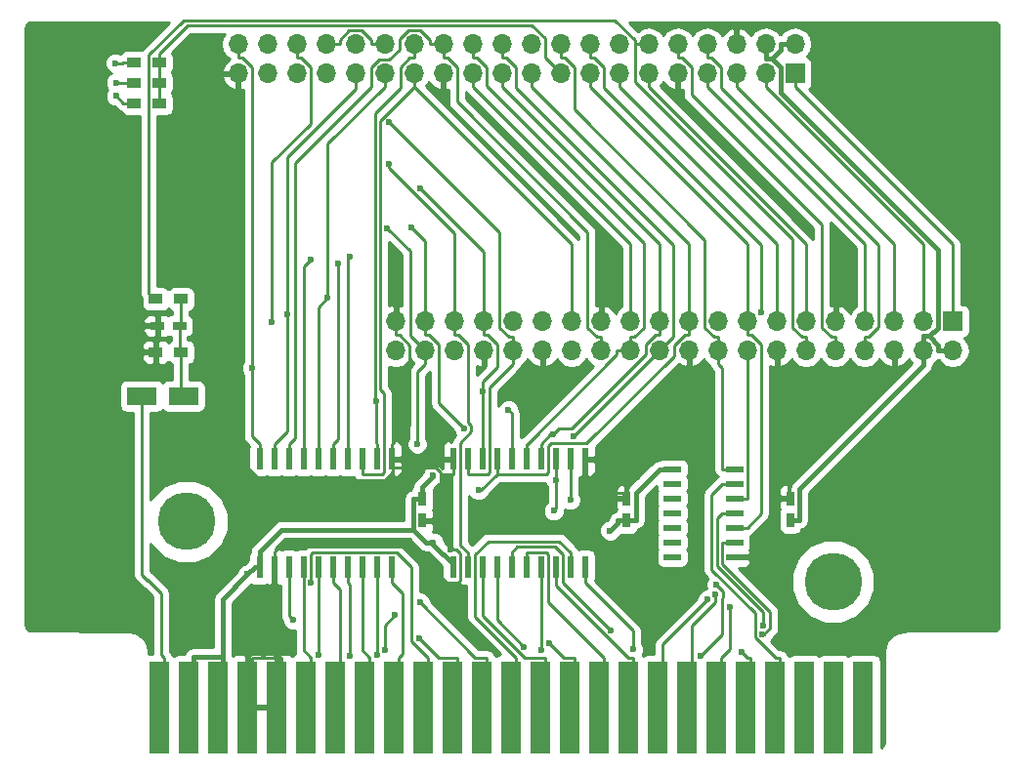
<source format=gbr>
G04 #@! TF.FileFunction,Copper,L2,Bot,Mixed*
%FSLAX46Y46*%
G04 Gerber Fmt 4.6, Leading zero omitted, Abs format (unit mm)*
G04 Created by KiCad (PCBNEW 4.0.7) date 03/28/18 23:50:47*
%MOMM*%
%LPD*%
G01*
G04 APERTURE LIST*
%ADD10C,0.100000*%
%ADD11C,5.000000*%
%ADD12R,1.800000X8.000000*%
%ADD13R,1.700000X1.700000*%
%ADD14O,1.700000X1.700000*%
%ADD15R,1.200000X0.900000*%
%ADD16R,0.600000X1.950000*%
%ADD17R,1.500000X0.600000*%
%ADD18R,1.200000X0.750000*%
%ADD19R,2.600000X1.600000*%
%ADD20R,0.750000X1.200000*%
%ADD21C,0.600000*%
%ADD22C,0.250000*%
%ADD23C,0.400000*%
%ADD24C,0.254000*%
G04 APERTURE END LIST*
D10*
D11*
X184952640Y-98897440D03*
D12*
X187568840Y-109827440D03*
X185028840Y-109827440D03*
X182488840Y-109827440D03*
X179948840Y-109827440D03*
X177408840Y-109827440D03*
X174868840Y-109827440D03*
X172328840Y-109827440D03*
X169788840Y-109827440D03*
X167248840Y-109827440D03*
X164708840Y-109827440D03*
X162168840Y-109827440D03*
X159628840Y-109827440D03*
X157088840Y-109827440D03*
X154548840Y-109827440D03*
X152008840Y-109827440D03*
X149468840Y-109827440D03*
X146928840Y-109827440D03*
X144388840Y-109827440D03*
X141848840Y-109827440D03*
X139308840Y-109827440D03*
X136768840Y-109827440D03*
X134228840Y-109827440D03*
X131688840Y-109827440D03*
X129148840Y-109827440D03*
X126608840Y-109827440D03*
D11*
X128953260Y-93695520D03*
D13*
X181661000Y-54813200D03*
D14*
X181661000Y-52273200D03*
X179121000Y-54813200D03*
X179121000Y-52273200D03*
X176581000Y-54813200D03*
X176581000Y-52273200D03*
X174041000Y-54813200D03*
X174041000Y-52273200D03*
X171501000Y-54813200D03*
X171501000Y-52273200D03*
X168961000Y-54813200D03*
X168961000Y-52273200D03*
X166421000Y-54813200D03*
X166421000Y-52273200D03*
X163881000Y-54813200D03*
X163881000Y-52273200D03*
X161341000Y-54813200D03*
X161341000Y-52273200D03*
X158801000Y-54813200D03*
X158801000Y-52273200D03*
X156261000Y-54813200D03*
X156261000Y-52273200D03*
X153721000Y-54813200D03*
X153721000Y-52273200D03*
X151181000Y-54813200D03*
X151181000Y-52273200D03*
X148641000Y-54813200D03*
X148641000Y-52273200D03*
X146101000Y-54813200D03*
X146101000Y-52273200D03*
X143561000Y-54813200D03*
X143561000Y-52273200D03*
X141021000Y-54813200D03*
X141021000Y-52273200D03*
X138481000Y-54813200D03*
X138481000Y-52273200D03*
X135941000Y-54813200D03*
X135941000Y-52273200D03*
X133401000Y-54813200D03*
X133401000Y-52273200D03*
D13*
X195326000Y-76327000D03*
D14*
X195326000Y-78867000D03*
X192786000Y-76327000D03*
X192786000Y-78867000D03*
X190246000Y-76327000D03*
X190246000Y-78867000D03*
X187706000Y-76327000D03*
X187706000Y-78867000D03*
X185166000Y-76327000D03*
X185166000Y-78867000D03*
X182626000Y-76327000D03*
X182626000Y-78867000D03*
X180086000Y-76327000D03*
X180086000Y-78867000D03*
X177546000Y-76327000D03*
X177546000Y-78867000D03*
X175006000Y-76327000D03*
X175006000Y-78867000D03*
X172466000Y-76327000D03*
X172466000Y-78867000D03*
X169926000Y-76327000D03*
X169926000Y-78867000D03*
X167386000Y-76327000D03*
X167386000Y-78867000D03*
X164846000Y-76327000D03*
X164846000Y-78867000D03*
X162306000Y-76327000D03*
X162306000Y-78867000D03*
X159766000Y-76327000D03*
X159766000Y-78867000D03*
X157226000Y-76327000D03*
X157226000Y-78867000D03*
X154686000Y-76327000D03*
X154686000Y-78867000D03*
X152146000Y-76327000D03*
X152146000Y-78867000D03*
X149606000Y-76327000D03*
X149606000Y-78867000D03*
X147066000Y-76327000D03*
X147066000Y-78867000D03*
D15*
X126576000Y-53848000D03*
X124376000Y-53848000D03*
D16*
X152019000Y-88264000D03*
X153289000Y-88264000D03*
X154559000Y-88264000D03*
X155829000Y-88264000D03*
X157099000Y-88264000D03*
X158369000Y-88264000D03*
X159639000Y-88264000D03*
X160909000Y-88264000D03*
X162179000Y-88264000D03*
X163449000Y-88264000D03*
X163449000Y-97664000D03*
X162179000Y-97664000D03*
X160909000Y-97664000D03*
X159639000Y-97664000D03*
X158369000Y-97664000D03*
X157099000Y-97664000D03*
X155829000Y-97664000D03*
X154559000Y-97664000D03*
X153289000Y-97664000D03*
X152019000Y-97664000D03*
X135255000Y-88264000D03*
X136525000Y-88264000D03*
X137795000Y-88264000D03*
X139065000Y-88264000D03*
X140335000Y-88264000D03*
X141605000Y-88264000D03*
X142875000Y-88264000D03*
X144145000Y-88264000D03*
X145415000Y-88264000D03*
X146685000Y-88264000D03*
X146685000Y-97664000D03*
X145415000Y-97664000D03*
X144145000Y-97664000D03*
X142875000Y-97664000D03*
X141605000Y-97664000D03*
X140335000Y-97664000D03*
X139065000Y-97664000D03*
X137795000Y-97664000D03*
X136525000Y-97664000D03*
X135255000Y-97664000D03*
D17*
X176436000Y-89154000D03*
X176436000Y-90424000D03*
X176436000Y-91694000D03*
X176436000Y-92964000D03*
X176436000Y-94234000D03*
X176436000Y-95504000D03*
X176436000Y-96774000D03*
X171036000Y-96774000D03*
X171036000Y-95504000D03*
X171036000Y-94234000D03*
X171036000Y-92964000D03*
X171036000Y-91694000D03*
X171036000Y-90424000D03*
X171036000Y-89154000D03*
D18*
X128305600Y-76708000D03*
X126405600Y-76708000D03*
D19*
X128647600Y-82804000D03*
X125047600Y-82804000D03*
D15*
X128455600Y-78994000D03*
X126255600Y-78994000D03*
D20*
X181254000Y-93583800D03*
X181254000Y-91683800D03*
X149352000Y-91709200D03*
X149352000Y-93609200D03*
X167081000Y-93609200D03*
X167081000Y-91709200D03*
D15*
X126576000Y-55626000D03*
X124376000Y-55626000D03*
X126576000Y-57404000D03*
X124376000Y-57404000D03*
X126255600Y-74396600D03*
X128455600Y-74396600D03*
D21*
X185470800Y-69850000D03*
X126255600Y-78994000D03*
X167993900Y-89892400D03*
X151810900Y-96155600D03*
X150316300Y-95502600D03*
X134222000Y-98272600D03*
X150290900Y-89660500D03*
X165638500Y-94467400D03*
X143076800Y-70680600D03*
X139654100Y-70993300D03*
X137652000Y-75746400D03*
X145379500Y-83217800D03*
X142024300Y-71340300D03*
X141173500Y-74252400D03*
X178860900Y-102681000D03*
X178824100Y-103481400D03*
X175995900Y-101076900D03*
X174749000Y-100001200D03*
X174831000Y-99170200D03*
X173482500Y-105327000D03*
X174056700Y-100451500D03*
X167629800Y-104763200D03*
X165703600Y-103144200D03*
X160337200Y-104213500D03*
X146115500Y-104845400D03*
X147008000Y-101789800D03*
X159704800Y-104849700D03*
X158179300Y-104592400D03*
X149134500Y-100714200D03*
X149051400Y-103787200D03*
X139700000Y-99026100D03*
X145415000Y-105296500D03*
X143096000Y-105313800D03*
X140335000Y-105291300D03*
X138137600Y-102179400D03*
X154235400Y-90976800D03*
X156828600Y-84000200D03*
X162179000Y-91820700D03*
X146499000Y-59053500D03*
X160687100Y-86132400D03*
X149179000Y-64815500D03*
X154573300Y-82389700D03*
X160736300Y-92764900D03*
X160909000Y-90066200D03*
X177044600Y-105033100D03*
X178721400Y-75566900D03*
X162507400Y-86285600D03*
X146457700Y-62655600D03*
X136330700Y-76371800D03*
X148371900Y-68139800D03*
X152992500Y-85644300D03*
X146333400Y-68237200D03*
X148913300Y-86963700D03*
X134576300Y-80389200D03*
X122818900Y-56772200D03*
X122812800Y-55626000D03*
X122792500Y-53926000D03*
D22*
X185166000Y-76327000D02*
X185166000Y-70154800D01*
X185166000Y-70154800D02*
X185470800Y-69850000D01*
X137149800Y-109827400D02*
X137149800Y-105502100D01*
X134609800Y-109827400D02*
X134609800Y-105502100D01*
X146685000Y-88264000D02*
X146685000Y-88914100D01*
X152019000Y-88264000D02*
X152019000Y-89564300D01*
X149352000Y-93609200D02*
X150052300Y-93609200D01*
X150963500Y-89564300D02*
X152019000Y-89564300D01*
X136525000Y-97664000D02*
X136525000Y-98964300D01*
X134609800Y-105502100D02*
X135658200Y-105502100D01*
X135658200Y-105502100D02*
X137149800Y-105502100D01*
X135658200Y-99831100D02*
X135658200Y-105502100D01*
X136525000Y-98964300D02*
X135658200Y-99831100D01*
X148266900Y-85381800D02*
X146685000Y-86963700D01*
X148266900Y-78400300D02*
X148266900Y-85381800D01*
X147368900Y-77502300D02*
X148266900Y-78400300D01*
X147066000Y-77502300D02*
X147368900Y-77502300D01*
X147066000Y-76327000D02*
X147066000Y-77502300D01*
X146685000Y-88264000D02*
X146685000Y-86963700D01*
X133401000Y-54813200D02*
X133401000Y-55988500D01*
X144925700Y-51905800D02*
X144925700Y-52273200D01*
X144117800Y-51097900D02*
X144925700Y-51905800D01*
X143004300Y-51097900D02*
X144117800Y-51097900D01*
X142196300Y-51905900D02*
X143004300Y-51097900D01*
X142196300Y-52273200D02*
X142196300Y-51905900D01*
X141021000Y-52273200D02*
X142196300Y-52273200D01*
X146101000Y-52273200D02*
X144925700Y-52273200D01*
X133401000Y-83947800D02*
X133401000Y-55988500D01*
X150550000Y-89035200D02*
X146795200Y-89035200D01*
X150963500Y-89448700D02*
X150550000Y-89035200D01*
X150963500Y-89564300D02*
X150963500Y-89448700D01*
X146795200Y-89024300D02*
X146795200Y-89035200D01*
X146685000Y-88914100D02*
X146795200Y-89024300D01*
X146795200Y-89035200D02*
X146795200Y-89373700D01*
X167993900Y-84514400D02*
X167993900Y-89892400D01*
X172466000Y-80042300D02*
X167993900Y-84514400D01*
X172466000Y-78867000D02*
X172466000Y-80042300D01*
X180086000Y-78867000D02*
X180086000Y-80042300D01*
X176436000Y-96774000D02*
X177511300Y-96774000D01*
X181254000Y-91683800D02*
X180553700Y-91683800D01*
X180553700Y-91683800D02*
X180086000Y-91683800D01*
X180086000Y-80042300D02*
X180086000Y-91683800D01*
X180086000Y-94199300D02*
X177511300Y-96774000D01*
X180086000Y-91683800D02*
X180086000Y-94199300D01*
X150963500Y-92698000D02*
X150963500Y-89564300D01*
X150052300Y-93609200D02*
X150963500Y-92698000D01*
X167102400Y-90783900D02*
X167993900Y-89892400D01*
X167081000Y-90783900D02*
X167102400Y-90783900D01*
X167081000Y-91709200D02*
X167081000Y-91246500D01*
X167081000Y-91246500D02*
X167081000Y-90783900D01*
X165131200Y-91246500D02*
X163449000Y-89564300D01*
X167081000Y-91246500D02*
X165131200Y-91246500D01*
X163449000Y-88264000D02*
X163449000Y-89564300D01*
X151810900Y-95367800D02*
X151810900Y-96155600D01*
X150052300Y-93609200D02*
X151810900Y-95367800D01*
X136525000Y-97664000D02*
X136525000Y-96363700D01*
X136989400Y-95899300D02*
X136525000Y-96363700D01*
X148435200Y-95899300D02*
X136989400Y-95899300D01*
X151500300Y-98964400D02*
X148435200Y-95899300D01*
X152488100Y-98964400D02*
X151500300Y-98964400D01*
X152644400Y-98808100D02*
X152488100Y-98964400D01*
X152644400Y-96475500D02*
X152644400Y-98808100D01*
X152324500Y-96155600D02*
X152644400Y-96475500D01*
X151810900Y-96155600D02*
X152324500Y-96155600D01*
X133401000Y-88158400D02*
X133401000Y-83947800D01*
X135314800Y-90072200D02*
X133401000Y-88158400D01*
X146096700Y-90072200D02*
X135314800Y-90072200D01*
X146795200Y-89373700D02*
X146096700Y-90072200D01*
D23*
X192786000Y-78867000D02*
X192786000Y-77616700D01*
X182029300Y-90874000D02*
X192786000Y-80117300D01*
X182029300Y-93583800D02*
X182029300Y-90874000D01*
X181254000Y-93583800D02*
X182029300Y-93583800D01*
X192786000Y-78867000D02*
X192786000Y-80117300D01*
X195326000Y-78867000D02*
X194075700Y-78867000D01*
X129529800Y-105427100D02*
X132069800Y-105427100D01*
X129529800Y-109827400D02*
X129529800Y-105427100D01*
X132069800Y-109827400D02*
X132069800Y-105427100D01*
X149352000Y-91709200D02*
X149352000Y-90708900D01*
X132069800Y-100424800D02*
X134222000Y-98272600D01*
X132069800Y-105427100D02*
X132069800Y-100424800D01*
X135255000Y-97664100D02*
X135255000Y-97664000D01*
X134830500Y-97664100D02*
X135255000Y-97664100D01*
X134222000Y-98272600D02*
X134830500Y-97664100D01*
X152019000Y-97664000D02*
X152019000Y-97357000D01*
X150290900Y-89770000D02*
X150290900Y-89660500D01*
X149352000Y-90708900D02*
X150290900Y-89770000D01*
X166305700Y-93800200D02*
X165638500Y-94467400D01*
X166305700Y-93609200D02*
X166305700Y-93800200D01*
X166693400Y-93609200D02*
X166305700Y-93609200D01*
X166693400Y-93609200D02*
X167081000Y-93609200D01*
X167856300Y-91183400D02*
X169885700Y-89154000D01*
X167856300Y-93609200D02*
X167856300Y-91183400D01*
X167081000Y-93609200D02*
X167856300Y-93609200D01*
X171036000Y-89154000D02*
X169885700Y-89154000D01*
X179121000Y-52273200D02*
X179121000Y-53523500D01*
X194075700Y-78388300D02*
X193304100Y-77616700D01*
X194075700Y-78867000D02*
X194075700Y-78388300D01*
X193304100Y-77616700D02*
X192786000Y-77616700D01*
X181661000Y-52273200D02*
X180410700Y-52273200D01*
X180410700Y-52751900D02*
X180410700Y-52273200D01*
X179639100Y-53523500D02*
X180410700Y-52751900D01*
X180410600Y-54295000D02*
X179639100Y-53523500D01*
X180410600Y-56511700D02*
X180410600Y-54295000D01*
X194056000Y-70157100D02*
X180410600Y-56511700D01*
X194056000Y-76864800D02*
X194056000Y-70157100D01*
X193304100Y-77616700D02*
X194056000Y-76864800D01*
X179639100Y-53523500D02*
X179121000Y-53523500D01*
X150316300Y-95654300D02*
X152019000Y-97357000D01*
X150316300Y-95502600D02*
X150316300Y-95654300D01*
X149352000Y-91709200D02*
X148576700Y-91709200D01*
X135255000Y-97664000D02*
X135255000Y-96288700D01*
X137154300Y-94389400D02*
X135255000Y-96288700D01*
X148576700Y-94389400D02*
X137154300Y-94389400D01*
X149689900Y-95502600D02*
X148576700Y-94389400D01*
X150316300Y-95502600D02*
X149689900Y-95502600D01*
X148576700Y-94389400D02*
X148576700Y-91709200D01*
D22*
X176581000Y-54813200D02*
X176581000Y-55988500D01*
X190246000Y-69653500D02*
X190246000Y-76327000D01*
X176581000Y-55988500D02*
X190246000Y-69653500D01*
X142875000Y-70882400D02*
X143076800Y-70680600D01*
X142875000Y-88264000D02*
X142875000Y-70882400D01*
X174041000Y-54813200D02*
X174041000Y-55988500D01*
X187706000Y-69653500D02*
X187706000Y-76327000D01*
X174041000Y-55988500D02*
X187706000Y-69653500D01*
X139065000Y-71582400D02*
X139654100Y-70993300D01*
X139065000Y-88264000D02*
X139065000Y-71582400D01*
X136525000Y-88264000D02*
X136525000Y-86963700D01*
X143561000Y-56145700D02*
X143561000Y-54813200D01*
X137652000Y-62054700D02*
X143561000Y-56145700D01*
X137652000Y-75746400D02*
X137652000Y-62054700D01*
X137652000Y-85836700D02*
X137652000Y-75746400D01*
X136525000Y-86963700D02*
X137652000Y-85836700D01*
X164846000Y-78867000D02*
X164846000Y-77691700D01*
X151181000Y-52273200D02*
X151181000Y-53448500D01*
X151548400Y-53448500D02*
X151181000Y-53448500D01*
X152356300Y-54256400D02*
X151548400Y-53448500D01*
X152356300Y-57281500D02*
X152356300Y-54256400D01*
X163670700Y-68595900D02*
X152356300Y-57281500D01*
X163670700Y-76883800D02*
X163670700Y-68595900D01*
X164478600Y-77691700D02*
X163670700Y-76883800D01*
X164846000Y-77691700D02*
X164478600Y-77691700D01*
X150005700Y-51905800D02*
X150005700Y-52273200D01*
X149197800Y-51097900D02*
X150005700Y-51905800D01*
X148138800Y-51097900D02*
X149197800Y-51097900D01*
X147371000Y-51865700D02*
X148138800Y-51097900D01*
X147371000Y-52738400D02*
X147371000Y-51865700D01*
X146496400Y-53613000D02*
X147371000Y-52738400D01*
X145636400Y-53613000D02*
X146496400Y-53613000D01*
X144925600Y-54323800D02*
X145636400Y-53613000D01*
X144925600Y-55997300D02*
X144925600Y-54323800D01*
X138316100Y-62606800D02*
X144925600Y-55997300D01*
X138316100Y-86442600D02*
X138316100Y-62606800D01*
X137795000Y-86963700D02*
X138316100Y-86442600D01*
X137795000Y-88264000D02*
X137795000Y-86963700D01*
X151181000Y-52273200D02*
X150005700Y-52273200D01*
X148641000Y-54813200D02*
X148641000Y-55988500D01*
X144145000Y-88264000D02*
X144145000Y-89564300D01*
X162306000Y-76327000D02*
X162306000Y-75151700D01*
X162306000Y-69653500D02*
X148641000Y-55988500D01*
X162306000Y-75151700D02*
X162306000Y-69653500D01*
X145905100Y-89564300D02*
X144145000Y-89564300D01*
X146048300Y-89421100D02*
X145905100Y-89564300D01*
X146048300Y-82581000D02*
X146048300Y-89421100D01*
X145708100Y-82240800D02*
X146048300Y-82581000D01*
X145708100Y-58921400D02*
X145708100Y-82240800D01*
X148641000Y-55988500D02*
X145708100Y-58921400D01*
X145415000Y-88264000D02*
X145415000Y-86963700D01*
X148641000Y-52273200D02*
X148641000Y-53448500D01*
X145379500Y-86928200D02*
X145379500Y-83217800D01*
X145415000Y-86963700D02*
X145379500Y-86928200D01*
X145257800Y-83096100D02*
X145379500Y-83217800D01*
X145257800Y-58252000D02*
X145257800Y-83096100D01*
X147465700Y-56044100D02*
X145257800Y-58252000D01*
X147465700Y-54256400D02*
X147465700Y-56044100D01*
X148273600Y-53448500D02*
X147465700Y-54256400D01*
X148641000Y-53448500D02*
X148273600Y-53448500D01*
X179121000Y-54813200D02*
X179121000Y-55988500D01*
X192786000Y-69653500D02*
X192786000Y-76327000D01*
X179121000Y-55988500D02*
X192786000Y-69653500D01*
X142024300Y-86544400D02*
X142024300Y-71340300D01*
X141605000Y-86963700D02*
X142024300Y-86544400D01*
X141605000Y-88264000D02*
X141605000Y-86963700D01*
X140335000Y-75090900D02*
X140335000Y-88264000D01*
X141173500Y-74252400D02*
X140335000Y-75090900D01*
X141173500Y-60916000D02*
X141173500Y-74252400D01*
X146101000Y-55988500D02*
X141173500Y-60916000D01*
X146101000Y-54813200D02*
X146101000Y-55988500D01*
X176436000Y-90424000D02*
X175360700Y-90424000D01*
X180329800Y-109827400D02*
X180329800Y-105502100D01*
X179960500Y-105502100D02*
X180329800Y-105502100D01*
X178198800Y-103740400D02*
X179960500Y-105502100D01*
X178198800Y-101649200D02*
X178198800Y-103740400D01*
X174435300Y-97885700D02*
X178198800Y-101649200D01*
X174435300Y-91349400D02*
X174435300Y-97885700D01*
X175360700Y-90424000D02*
X174435300Y-91349400D01*
X176436000Y-92964000D02*
X175360700Y-92964000D01*
X178860900Y-101520300D02*
X178860900Y-102681000D01*
X174894100Y-97553500D02*
X178860900Y-101520300D01*
X174894100Y-93430600D02*
X174894100Y-97553500D01*
X175360700Y-92964000D02*
X174894100Y-93430600D01*
X176436000Y-95504000D02*
X175360700Y-95504000D01*
X175360700Y-97383200D02*
X175360700Y-95504000D01*
X179515200Y-101537700D02*
X175360700Y-97383200D01*
X179515200Y-102911100D02*
X179515200Y-101537700D01*
X178944900Y-103481400D02*
X179515200Y-102911100D01*
X178824100Y-103481400D02*
X178944900Y-103481400D01*
X175249800Y-109827400D02*
X175249800Y-105502100D01*
X175995900Y-104756000D02*
X175995900Y-101076900D01*
X175249800Y-105502100D02*
X175995900Y-104756000D01*
X174749000Y-100692200D02*
X174749000Y-100001200D01*
X172709800Y-102731400D02*
X174749000Y-100692200D01*
X172709800Y-109827400D02*
X172709800Y-102731400D01*
X175412300Y-99751500D02*
X174831000Y-99170200D01*
X175412300Y-100260300D02*
X175412300Y-99751500D01*
X175336500Y-100336100D02*
X175412300Y-100260300D01*
X175336500Y-103473000D02*
X175336500Y-100336100D01*
X173482500Y-105327000D02*
X175336500Y-103473000D01*
X170169800Y-104338400D02*
X174056700Y-100451500D01*
X170169800Y-109827400D02*
X170169800Y-104338400D01*
X160909000Y-97664000D02*
X160909000Y-98964300D01*
X167629800Y-109827400D02*
X167629800Y-105502100D01*
X167177200Y-105502100D02*
X167629800Y-105502100D01*
X160909000Y-99233900D02*
X167177200Y-105502100D01*
X160909000Y-98964300D02*
X160909000Y-99233900D01*
X163449000Y-97664000D02*
X163449000Y-98964300D01*
X167629800Y-103145100D02*
X167629800Y-104763200D01*
X163449000Y-98964300D02*
X167629800Y-103145100D01*
X165089800Y-109827400D02*
X165089800Y-105502100D01*
X158369000Y-97664000D02*
X158369000Y-96363700D01*
X160081900Y-96363700D02*
X158369000Y-96363700D01*
X160283600Y-96565400D02*
X160081900Y-96363700D01*
X160283600Y-100695900D02*
X160283600Y-96565400D01*
X165089800Y-105502100D02*
X160283600Y-100695900D01*
X161534400Y-98975000D02*
X165703600Y-103144200D01*
X161534400Y-96554300D02*
X161534400Y-98975000D01*
X160874300Y-95894200D02*
X161534400Y-96554300D01*
X157568500Y-95894200D02*
X160874300Y-95894200D01*
X157099000Y-96363700D02*
X157568500Y-95894200D01*
X157099000Y-97664000D02*
X157099000Y-96363700D01*
X162549800Y-109827400D02*
X162549800Y-105502100D01*
X161625800Y-105502100D02*
X160337200Y-104213500D01*
X162549800Y-105502100D02*
X161625800Y-105502100D01*
X146115500Y-102682300D02*
X147008000Y-101789800D01*
X146115500Y-104845400D02*
X146115500Y-102682300D01*
X160009800Y-109827400D02*
X160009800Y-105502100D01*
X154559000Y-101856600D02*
X154559000Y-97664000D01*
X158204500Y-105502100D02*
X154559000Y-101856600D01*
X160009800Y-105502100D02*
X158204500Y-105502100D01*
X159639000Y-97664000D02*
X159639000Y-98964300D01*
X159704800Y-99030100D02*
X159639000Y-98964300D01*
X159704800Y-104849700D02*
X159704800Y-99030100D01*
X153933600Y-101965900D02*
X157469800Y-105502100D01*
X153933600Y-96542800D02*
X153933600Y-101965900D01*
X155061300Y-95415100D02*
X153933600Y-96542800D01*
X161230400Y-95415100D02*
X155061300Y-95415100D01*
X162179000Y-96363700D02*
X161230400Y-95415100D01*
X162179000Y-97664000D02*
X162179000Y-96363700D01*
X157469800Y-109827400D02*
X157469800Y-105502100D01*
X155829000Y-97664000D02*
X155829000Y-98964300D01*
X155829000Y-102242100D02*
X155829000Y-98964300D01*
X158179300Y-104592400D02*
X155829000Y-102242100D01*
X154929800Y-109827400D02*
X154929800Y-105502100D01*
X153922400Y-105502100D02*
X149134500Y-100714200D01*
X154929800Y-105502100D02*
X153922400Y-105502100D01*
X152389800Y-109827400D02*
X152389800Y-105502100D01*
X150766300Y-105502100D02*
X149051400Y-103787200D01*
X152389800Y-105502100D02*
X150766300Y-105502100D01*
X148406600Y-104058900D02*
X149849800Y-105502100D01*
X148406600Y-97641500D02*
X148406600Y-104058900D01*
X147128700Y-96363600D02*
X148406600Y-97641500D01*
X139876900Y-96363600D02*
X147128700Y-96363600D01*
X139700000Y-96540500D02*
X139876900Y-96363600D01*
X139700000Y-99026100D02*
X139700000Y-96540500D01*
X149849800Y-109827400D02*
X149849800Y-105502100D01*
X147309800Y-109827400D02*
X147309800Y-105502100D01*
X146685000Y-97664000D02*
X146685000Y-98964300D01*
X147633300Y-105178600D02*
X147309800Y-105502100D01*
X147633300Y-99912600D02*
X147633300Y-105178600D01*
X146685000Y-98964300D02*
X147633300Y-99912600D01*
X145415000Y-97664000D02*
X145415000Y-105296500D01*
X144145000Y-104877300D02*
X144769800Y-105502100D01*
X144145000Y-97664000D02*
X144145000Y-104877300D01*
X144769800Y-109827400D02*
X144769800Y-105502100D01*
X142875000Y-97664000D02*
X142875000Y-98964300D01*
X143096000Y-99185300D02*
X143096000Y-105313800D01*
X142875000Y-98964300D02*
X143096000Y-99185300D01*
X142229800Y-99589100D02*
X142229800Y-109827400D01*
X141605000Y-98964300D02*
X142229800Y-99589100D01*
X141605000Y-97664000D02*
X141605000Y-98964300D01*
X140335000Y-97664000D02*
X140335000Y-98964300D01*
X140335000Y-98964300D02*
X140335000Y-105291300D01*
X139689800Y-109827400D02*
X139689800Y-105502100D01*
X139065000Y-104877300D02*
X139689800Y-105502100D01*
X139065000Y-98964300D02*
X139065000Y-104877300D01*
X139065000Y-97664000D02*
X139065000Y-98964300D01*
X137795000Y-101836800D02*
X138137600Y-102179400D01*
X137795000Y-97664000D02*
X137795000Y-101836800D01*
X195326000Y-69653500D02*
X181661000Y-55988500D01*
X195326000Y-76327000D02*
X195326000Y-69653500D01*
X181661000Y-54813200D02*
X181661000Y-55988500D01*
X126576000Y-57404000D02*
X126576000Y-55626000D01*
X126576000Y-55626000D02*
X126576000Y-53848000D01*
X159976400Y-53448600D02*
X161341000Y-54813200D01*
X159976400Y-51761000D02*
X159976400Y-53448600D01*
X158861000Y-50645600D02*
X159976400Y-51761000D01*
X129003100Y-50645600D02*
X158861000Y-50645600D01*
X126576000Y-53072700D02*
X129003100Y-50645600D01*
X126576000Y-53848000D02*
X126576000Y-53072700D01*
X153721000Y-52273200D02*
X153721000Y-53448500D01*
X167753400Y-77691700D02*
X167386000Y-77691700D01*
X168561300Y-76883800D02*
X167753400Y-77691700D01*
X168561300Y-69562500D02*
X168561300Y-76883800D01*
X154896300Y-55897500D02*
X168561300Y-69562500D01*
X154896300Y-54256400D02*
X154896300Y-55897500D01*
X154088400Y-53448500D02*
X154896300Y-54256400D01*
X153721000Y-53448500D02*
X154088400Y-53448500D01*
X167386000Y-78279300D02*
X167386000Y-77691700D01*
X167386000Y-78279300D02*
X167386000Y-78867000D01*
X158447200Y-86963700D02*
X158369000Y-86963700D01*
X166210700Y-79200200D02*
X158447200Y-86963700D01*
X166210700Y-78867000D02*
X166210700Y-79200200D01*
X167386000Y-78867000D02*
X166210700Y-78867000D01*
X158369000Y-88264000D02*
X158369000Y-86963700D01*
X158801000Y-54813200D02*
X158801000Y-55988500D01*
X172466000Y-69653500D02*
X172466000Y-76327000D01*
X158801000Y-55988500D02*
X172466000Y-69653500D01*
X155829000Y-88264000D02*
X155829000Y-89564300D01*
X172466000Y-76327000D02*
X172466000Y-77502300D01*
X172152500Y-77502300D02*
X172466000Y-77502300D01*
X171196000Y-78458800D02*
X172152500Y-77502300D01*
X171196000Y-79324700D02*
X171196000Y-78458800D01*
X163594700Y-86926000D02*
X171196000Y-79324700D01*
X160494700Y-86926000D02*
X163594700Y-86926000D01*
X160264400Y-87156300D02*
X160494700Y-86926000D01*
X160264400Y-89388700D02*
X160264400Y-87156300D01*
X160088800Y-89564300D02*
X160264400Y-89388700D01*
X155829000Y-89564300D02*
X160088800Y-89564300D01*
X154416500Y-90976800D02*
X155829000Y-89564300D01*
X154235400Y-90976800D02*
X154416500Y-90976800D01*
X153721000Y-54813200D02*
X153721000Y-55988500D01*
X167386000Y-69653500D02*
X167386000Y-76327000D01*
X153721000Y-55988500D02*
X167386000Y-69653500D01*
X157099000Y-84270600D02*
X157099000Y-88264000D01*
X156828600Y-84000200D02*
X157099000Y-84270600D01*
X162179000Y-88264000D02*
X162179000Y-91820700D01*
X171868400Y-53448500D02*
X171501000Y-53448500D01*
X172676300Y-54256400D02*
X171868400Y-53448500D01*
X172676300Y-56623700D02*
X172676300Y-54256400D01*
X183990700Y-67938100D02*
X172676300Y-56623700D01*
X183990700Y-76883800D02*
X183990700Y-67938100D01*
X184798600Y-77691700D02*
X183990700Y-76883800D01*
X185166000Y-77691700D02*
X184798600Y-77691700D01*
X185166000Y-78867000D02*
X185166000Y-77691700D01*
X171501000Y-52273200D02*
X171501000Y-53448500D01*
X153289000Y-88264000D02*
X153289000Y-89564300D01*
X157226000Y-79454600D02*
X157226000Y-80042300D01*
X157226000Y-79454600D02*
X157226000Y-78867000D01*
X157226000Y-78867000D02*
X157226000Y-77691700D01*
X156050700Y-68605200D02*
X146499000Y-59053500D01*
X156050700Y-76883800D02*
X156050700Y-68605200D01*
X156858600Y-77691700D02*
X156050700Y-76883800D01*
X157226000Y-77691700D02*
X156858600Y-77691700D01*
X155198600Y-82069700D02*
X157226000Y-80042300D01*
X155198600Y-89422000D02*
X155198600Y-82069700D01*
X155056300Y-89564300D02*
X155198600Y-89422000D01*
X153289000Y-89564300D02*
X155056300Y-89564300D01*
X156261000Y-54813200D02*
X156261000Y-55988500D01*
X169926000Y-69653500D02*
X169926000Y-76327000D01*
X156261000Y-55988500D02*
X169926000Y-69653500D01*
X159639000Y-88264000D02*
X159639000Y-86963700D01*
X160470300Y-86132400D02*
X160687100Y-86132400D01*
X159639000Y-86963700D02*
X160470300Y-86132400D01*
X169558600Y-77502300D02*
X169926000Y-77502300D01*
X168750700Y-78310200D02*
X169558600Y-77502300D01*
X168750700Y-79168700D02*
X168750700Y-78310200D01*
X162259200Y-85660200D02*
X168750700Y-79168700D01*
X161159300Y-85660200D02*
X162259200Y-85660200D01*
X160687100Y-86132400D02*
X161159300Y-85660200D01*
X169926000Y-76327000D02*
X169926000Y-77502300D01*
X154559000Y-88264000D02*
X154559000Y-86963700D01*
X154686000Y-70322500D02*
X149179000Y-64815500D01*
X154686000Y-76327000D02*
X154686000Y-70322500D01*
X154686000Y-76327000D02*
X154686000Y-77502300D01*
X154559000Y-82404000D02*
X154559000Y-86963700D01*
X154573300Y-82389700D02*
X154559000Y-82404000D01*
X154573300Y-81575300D02*
X154573300Y-82389700D01*
X155861300Y-80287300D02*
X154573300Y-81575300D01*
X155861300Y-78310200D02*
X155861300Y-80287300D01*
X155053400Y-77502300D02*
X155861300Y-78310200D01*
X154686000Y-77502300D02*
X155053400Y-77502300D01*
X174408400Y-53448500D02*
X174041000Y-53448500D01*
X175216300Y-54256400D02*
X174408400Y-53448500D01*
X175216300Y-56044100D02*
X175216300Y-54256400D01*
X188910700Y-69738500D02*
X175216300Y-56044100D01*
X188910700Y-76854300D02*
X188910700Y-69738500D01*
X188073300Y-77691700D02*
X188910700Y-76854300D01*
X187706000Y-77691700D02*
X188073300Y-77691700D01*
X187706000Y-78867000D02*
X187706000Y-77691700D01*
X174041000Y-52273200D02*
X174041000Y-53448500D01*
X160909000Y-88264000D02*
X160909000Y-90066200D01*
X160909000Y-92592200D02*
X160736300Y-92764900D01*
X160909000Y-90066200D02*
X160909000Y-92592200D01*
X177789800Y-109827400D02*
X177789800Y-105502100D01*
X177513600Y-105502100D02*
X177044600Y-105033100D01*
X177789800Y-105502100D02*
X177513600Y-105502100D01*
X168961000Y-54813200D02*
X168961000Y-55988500D01*
X182626000Y-69653500D02*
X182626000Y-76327000D01*
X168961000Y-55988500D02*
X182626000Y-69653500D01*
X125650600Y-72567800D02*
X125650600Y-73893200D01*
X125650600Y-73893200D02*
X126179400Y-74422000D01*
X167785700Y-51954800D02*
X167785700Y-52273200D01*
X125650600Y-53224400D02*
X128687400Y-50187600D01*
X128687400Y-50187600D02*
X166018500Y-50187600D01*
X166018500Y-50187600D02*
X167785700Y-51954800D01*
X125650600Y-73885400D02*
X126187200Y-74422000D01*
X168961000Y-52273200D02*
X167785700Y-52273200D01*
X167785700Y-55538100D02*
X167785700Y-52273200D01*
X181450700Y-69203100D02*
X167785700Y-55538100D01*
X181450700Y-76883800D02*
X181450700Y-69203100D01*
X182258600Y-77691700D02*
X181450700Y-76883800D01*
X182626000Y-77691700D02*
X182258600Y-77691700D01*
X182626000Y-78867000D02*
X182626000Y-77691700D01*
X125650600Y-71628000D02*
X125650600Y-53224400D01*
X125650600Y-71628000D02*
X125650600Y-72567800D01*
X125650600Y-72567800D02*
X125650600Y-73885400D01*
X125650600Y-71676300D02*
X125650600Y-71628000D01*
X166421000Y-54813200D02*
X166421000Y-55988500D01*
X180086000Y-69653500D02*
X180086000Y-76327000D01*
X166421000Y-55988500D02*
X180086000Y-69653500D01*
X163881000Y-54813200D02*
X163881000Y-55988500D01*
X177546000Y-69653500D02*
X177546000Y-76327000D01*
X163881000Y-55988500D02*
X177546000Y-69653500D01*
X177913400Y-77502300D02*
X177546000Y-77502300D01*
X178721300Y-78310200D02*
X177913400Y-77502300D01*
X178721300Y-93024000D02*
X178721300Y-78310200D01*
X177511300Y-94234000D02*
X178721300Y-93024000D01*
X176436000Y-94234000D02*
X177511300Y-94234000D01*
X177546000Y-76327000D02*
X177546000Y-77502300D01*
X177511300Y-80077000D02*
X177546000Y-80042300D01*
X177511300Y-91694000D02*
X177511300Y-80077000D01*
X176436000Y-91694000D02*
X177511300Y-91694000D01*
X177546000Y-78867000D02*
X177546000Y-80042300D01*
X178721400Y-69709200D02*
X178721400Y-75566900D01*
X165056300Y-56044100D02*
X178721400Y-69709200D01*
X165056300Y-54256400D02*
X165056300Y-56044100D01*
X164248400Y-53448500D02*
X165056300Y-54256400D01*
X163881000Y-53448500D02*
X164248400Y-53448500D01*
X163881000Y-52273200D02*
X163881000Y-53448500D01*
X175006000Y-78867000D02*
X175006000Y-77691700D01*
X161341000Y-52273200D02*
X161341000Y-53448500D01*
X174638600Y-77691700D02*
X175006000Y-77691700D01*
X173830700Y-76883800D02*
X174638600Y-77691700D01*
X173830700Y-69286900D02*
X173830700Y-76883800D01*
X162516300Y-57972500D02*
X173830700Y-69286900D01*
X162516300Y-54256400D02*
X162516300Y-57972500D01*
X161708400Y-53448500D02*
X162516300Y-54256400D01*
X161341000Y-53448500D02*
X161708400Y-53448500D01*
X175360700Y-80397000D02*
X175006000Y-80042300D01*
X175360700Y-89154000D02*
X175360700Y-80397000D01*
X176436000Y-89154000D02*
X175360700Y-89154000D01*
X175006000Y-78867000D02*
X175006000Y-80042300D01*
X156628400Y-53448500D02*
X156261000Y-53448500D01*
X157436300Y-54256400D02*
X156628400Y-53448500D01*
X157436300Y-56044100D02*
X157436300Y-54256400D01*
X171130700Y-69738500D02*
X157436300Y-56044100D01*
X171130700Y-77662300D02*
X171130700Y-69738500D01*
X169926000Y-78867000D02*
X171130700Y-77662300D01*
X156261000Y-52273200D02*
X156261000Y-53448500D01*
X169926000Y-78867000D02*
X162507400Y-86285600D01*
X152146000Y-76327000D02*
X152146000Y-75151700D01*
X152145900Y-75151700D02*
X152146000Y-75151700D01*
X152145900Y-68666700D02*
X152145900Y-75151700D01*
X146457700Y-62978500D02*
X152145900Y-68666700D01*
X146457700Y-62655600D02*
X146457700Y-62978500D01*
X153289000Y-97664000D02*
X153289000Y-96363700D01*
X152146000Y-76327000D02*
X152146000Y-77502300D01*
X152513400Y-77502300D02*
X152146000Y-77502300D01*
X153321300Y-78310200D02*
X152513400Y-77502300D01*
X153321300Y-85088700D02*
X153321300Y-78310200D01*
X153617800Y-85385200D02*
X153321300Y-85088700D01*
X153617800Y-85903400D02*
X153617800Y-85385200D01*
X152663600Y-86857600D02*
X153617800Y-85903400D01*
X152663600Y-95738300D02*
X152663600Y-86857600D01*
X153289000Y-96363700D02*
X152663600Y-95738300D01*
X138481000Y-52273200D02*
X138481000Y-53448500D01*
X138848400Y-53448500D02*
X138481000Y-53448500D01*
X139656300Y-54256400D02*
X138848400Y-53448500D01*
X139656300Y-59162200D02*
X139656300Y-54256400D01*
X136330700Y-62487800D02*
X139656300Y-59162200D01*
X136330700Y-76371800D02*
X136330700Y-62487800D01*
X149606000Y-69373900D02*
X148371900Y-68139800D01*
X149606000Y-76327000D02*
X149606000Y-69373900D01*
X149973400Y-77502300D02*
X149606000Y-77502300D01*
X150781300Y-78310200D02*
X149973400Y-77502300D01*
X150781300Y-83433100D02*
X150781300Y-78310200D01*
X152992500Y-85644300D02*
X150781300Y-83433100D01*
X149606000Y-76327000D02*
X149606000Y-77502300D01*
X148336000Y-70239800D02*
X146333400Y-68237200D01*
X148336000Y-77597000D02*
X148336000Y-70239800D01*
X149606000Y-78867000D02*
X148336000Y-77597000D01*
X148913300Y-80735000D02*
X148913300Y-86963700D01*
X149606000Y-80042300D02*
X148913300Y-80735000D01*
X149606000Y-78867000D02*
X149606000Y-80042300D01*
X135255000Y-88264000D02*
X135255000Y-86963700D01*
X133401000Y-52273200D02*
X133401000Y-53448500D01*
X134576300Y-86285000D02*
X134576300Y-80389200D01*
X135255000Y-86963700D02*
X134576300Y-86285000D01*
X133768400Y-53448500D02*
X133401000Y-53448500D01*
X134576300Y-54256400D02*
X133768400Y-53448500D01*
X134576300Y-80389200D02*
X134576300Y-54256400D01*
X125047600Y-82804000D02*
X125047600Y-98301400D01*
X125577600Y-98831400D02*
X125577600Y-98755200D01*
X125047600Y-98301400D02*
X125577600Y-98831400D01*
X125399800Y-83156200D02*
X125047600Y-82804000D01*
X125577600Y-98755200D02*
X126724000Y-99901600D01*
X126989800Y-109827400D02*
X126989800Y-105502100D01*
X126724000Y-99901600D02*
X126724000Y-105236300D01*
X126724000Y-105236300D02*
X126989800Y-105502100D01*
X124376000Y-57404000D02*
X123450700Y-57404000D01*
X123450700Y-57404000D02*
X122818900Y-56772200D01*
X124376000Y-55626000D02*
X123450700Y-55626000D01*
X123450700Y-55626000D02*
X122812800Y-55626000D01*
X124376000Y-53848000D02*
X123450700Y-53848000D01*
X123372700Y-53926000D02*
X122792500Y-53926000D01*
X123450700Y-53848000D02*
X123372700Y-53926000D01*
X128305600Y-76708000D02*
X128305600Y-78844000D01*
X128305600Y-78844000D02*
X128455600Y-78994000D01*
X128455600Y-74396600D02*
X128455600Y-76558000D01*
X128455600Y-76558000D02*
X128305600Y-76708000D01*
X128455600Y-78994000D02*
X128455600Y-82612000D01*
X128455600Y-82612000D02*
X128647600Y-82804000D01*
X128305600Y-78844000D02*
X128455600Y-78994000D01*
X128206150Y-76608550D02*
X128305600Y-76708000D01*
D24*
G36*
X199042377Y-50412811D02*
X199178341Y-50503658D01*
X199269189Y-50639622D01*
X199315000Y-50869931D01*
X199315000Y-102673069D01*
X199269189Y-102903378D01*
X199178341Y-103039342D01*
X199042377Y-103130189D01*
X198812073Y-103176000D01*
X191223900Y-103176000D01*
X191155313Y-103189643D01*
X191085385Y-103189643D01*
X190647978Y-103276649D01*
X190520706Y-103329367D01*
X190392038Y-103382663D01*
X190021222Y-103630433D01*
X189911256Y-103740400D01*
X189825333Y-103826323D01*
X189577562Y-104197138D01*
X189537791Y-104293155D01*
X189471548Y-104453079D01*
X189384543Y-104890485D01*
X189384543Y-104960413D01*
X189370900Y-105029000D01*
X189370900Y-112845769D01*
X189325089Y-113076078D01*
X189234241Y-113212042D01*
X189116280Y-113290860D01*
X189116280Y-105827440D01*
X189072002Y-105592123D01*
X188932930Y-105375999D01*
X188720730Y-105231009D01*
X188468840Y-105180000D01*
X186668840Y-105180000D01*
X186433523Y-105224278D01*
X186298263Y-105311316D01*
X186180730Y-105231009D01*
X185928840Y-105180000D01*
X184128840Y-105180000D01*
X183893523Y-105224278D01*
X183758263Y-105311316D01*
X183640730Y-105231009D01*
X183388840Y-105180000D01*
X181588840Y-105180000D01*
X181353523Y-105224278D01*
X181218263Y-105311316D01*
X181100730Y-105231009D01*
X181033154Y-105217325D01*
X181031948Y-105211261D01*
X180867201Y-104964699D01*
X180620639Y-104799952D01*
X180329800Y-104742100D01*
X180275302Y-104742100D01*
X179580579Y-104047377D01*
X179616292Y-104011727D01*
X179706416Y-103794686D01*
X180052601Y-103448501D01*
X180217348Y-103201939D01*
X180275200Y-102911100D01*
X180275200Y-101537700D01*
X180245265Y-101387208D01*
X180217348Y-101246860D01*
X180052601Y-101000299D01*
X178668032Y-99615730D01*
X181325012Y-99615730D01*
X181876026Y-100949286D01*
X182895427Y-101970468D01*
X184228020Y-102523809D01*
X185670930Y-102525068D01*
X187004486Y-101974054D01*
X188025668Y-100954653D01*
X188579009Y-99622060D01*
X188580268Y-98179150D01*
X188029254Y-96845594D01*
X187009853Y-95824412D01*
X185677260Y-95271071D01*
X184234350Y-95269812D01*
X182900794Y-95820826D01*
X181879612Y-96840227D01*
X181326271Y-98172820D01*
X181325012Y-99615730D01*
X178668032Y-99615730D01*
X176761302Y-97709000D01*
X177312309Y-97709000D01*
X177545698Y-97612327D01*
X177724327Y-97433699D01*
X177821000Y-97200310D01*
X177821000Y-97059750D01*
X177662250Y-96901000D01*
X176563000Y-96901000D01*
X176563000Y-96921000D01*
X176309000Y-96921000D01*
X176309000Y-96901000D01*
X176289000Y-96901000D01*
X176289000Y-96647000D01*
X176309000Y-96647000D01*
X176309000Y-96627000D01*
X176563000Y-96627000D01*
X176563000Y-96647000D01*
X177662250Y-96647000D01*
X177821000Y-96488250D01*
X177821000Y-96347690D01*
X177731194Y-96130878D01*
X177782431Y-96055890D01*
X177833440Y-95804000D01*
X177833440Y-95204000D01*
X177789162Y-94968683D01*
X177772074Y-94942128D01*
X177802139Y-94936148D01*
X178048701Y-94771401D01*
X179258701Y-93561401D01*
X179423448Y-93314840D01*
X179435383Y-93254839D01*
X179481300Y-93024000D01*
X179481300Y-90957491D01*
X180244000Y-90957491D01*
X180244000Y-91398050D01*
X180402750Y-91556800D01*
X181127000Y-91556800D01*
X181127000Y-90607550D01*
X180968250Y-90448800D01*
X180752690Y-90448800D01*
X180519301Y-90545473D01*
X180340673Y-90724102D01*
X180244000Y-90957491D01*
X179481300Y-90957491D01*
X179481300Y-80205836D01*
X179729110Y-80308476D01*
X179959000Y-80187155D01*
X179959000Y-78994000D01*
X179939000Y-78994000D01*
X179939000Y-78740000D01*
X179959000Y-78740000D01*
X179959000Y-78720000D01*
X180213000Y-78720000D01*
X180213000Y-78740000D01*
X180233000Y-78740000D01*
X180233000Y-78994000D01*
X180213000Y-78994000D01*
X180213000Y-80187155D01*
X180442890Y-80308476D01*
X180852924Y-80138645D01*
X181281183Y-79748358D01*
X181348298Y-79605447D01*
X181575946Y-79946147D01*
X182057715Y-80268054D01*
X182626000Y-80381093D01*
X183194285Y-80268054D01*
X183676054Y-79946147D01*
X183896000Y-79616974D01*
X184115946Y-79946147D01*
X184597715Y-80268054D01*
X185166000Y-80381093D01*
X185734285Y-80268054D01*
X186216054Y-79946147D01*
X186436000Y-79616974D01*
X186655946Y-79946147D01*
X187137715Y-80268054D01*
X187706000Y-80381093D01*
X188274285Y-80268054D01*
X188756054Y-79946147D01*
X188983702Y-79605447D01*
X189050817Y-79748358D01*
X189479076Y-80138645D01*
X189889110Y-80308476D01*
X190119000Y-80187155D01*
X190119000Y-78994000D01*
X190099000Y-78994000D01*
X190099000Y-78740000D01*
X190119000Y-78740000D01*
X190119000Y-78720000D01*
X190373000Y-78720000D01*
X190373000Y-78740000D01*
X190393000Y-78740000D01*
X190393000Y-78994000D01*
X190373000Y-78994000D01*
X190373000Y-80187155D01*
X190602890Y-80308476D01*
X191012924Y-80138645D01*
X191441183Y-79748358D01*
X191508298Y-79605447D01*
X191735946Y-79946147D01*
X191760127Y-79962305D01*
X181438866Y-90283566D01*
X181257861Y-90554459D01*
X181194300Y-90874000D01*
X181194300Y-91830800D01*
X181127000Y-91830800D01*
X181127000Y-91810800D01*
X180402750Y-91810800D01*
X180244000Y-91969550D01*
X180244000Y-92410109D01*
X180340673Y-92643498D01*
X180342043Y-92644868D01*
X180282569Y-92731910D01*
X180231560Y-92983800D01*
X180231560Y-94183800D01*
X180275838Y-94419117D01*
X180414910Y-94635241D01*
X180627110Y-94780231D01*
X180879000Y-94831240D01*
X181629000Y-94831240D01*
X181864317Y-94786962D01*
X182080441Y-94647890D01*
X182225431Y-94435690D01*
X182237227Y-94377441D01*
X182348841Y-94355239D01*
X182619734Y-94174234D01*
X182800739Y-93903341D01*
X182864300Y-93583800D01*
X182864300Y-91219868D01*
X193376434Y-80707734D01*
X193461983Y-80579701D01*
X193557439Y-80436841D01*
X193621000Y-80117300D01*
X193621000Y-80089841D01*
X193836054Y-79946147D01*
X194008164Y-79688566D01*
X194075700Y-79702000D01*
X194112813Y-79702000D01*
X194275946Y-79946147D01*
X194757715Y-80268054D01*
X195326000Y-80381093D01*
X195894285Y-80268054D01*
X196376054Y-79946147D01*
X196697961Y-79464378D01*
X196811000Y-78896093D01*
X196811000Y-78837907D01*
X196697961Y-78269622D01*
X196376054Y-77787853D01*
X196374821Y-77787029D01*
X196411317Y-77780162D01*
X196627441Y-77641090D01*
X196772431Y-77428890D01*
X196823440Y-77177000D01*
X196823440Y-75477000D01*
X196779162Y-75241683D01*
X196640090Y-75025559D01*
X196427890Y-74880569D01*
X196176000Y-74829560D01*
X196086000Y-74829560D01*
X196086000Y-69653500D01*
X196070930Y-69577739D01*
X196028148Y-69362660D01*
X195863401Y-69116099D01*
X182908988Y-56161686D01*
X182962441Y-56127290D01*
X183107431Y-55915090D01*
X183158440Y-55663200D01*
X183158440Y-53963200D01*
X183114162Y-53727883D01*
X182975090Y-53511759D01*
X182762890Y-53366769D01*
X182706546Y-53355359D01*
X182711054Y-53352347D01*
X183032961Y-52870578D01*
X183146000Y-52302293D01*
X183146000Y-52244107D01*
X183032961Y-51675822D01*
X182711054Y-51194053D01*
X182229285Y-50872146D01*
X181661000Y-50759107D01*
X181092715Y-50872146D01*
X180610946Y-51194053D01*
X180447813Y-51438200D01*
X180410700Y-51438200D01*
X180343164Y-51451634D01*
X180171054Y-51194053D01*
X179689285Y-50872146D01*
X179121000Y-50759107D01*
X178552715Y-50872146D01*
X178070946Y-51194053D01*
X177843298Y-51534753D01*
X177776183Y-51391842D01*
X177347924Y-51001555D01*
X176937890Y-50831724D01*
X176708000Y-50953045D01*
X176708000Y-52146200D01*
X176728000Y-52146200D01*
X176728000Y-52400200D01*
X176708000Y-52400200D01*
X176708000Y-52420200D01*
X176454000Y-52420200D01*
X176454000Y-52400200D01*
X176434000Y-52400200D01*
X176434000Y-52146200D01*
X176454000Y-52146200D01*
X176454000Y-50953045D01*
X176224110Y-50831724D01*
X175814076Y-51001555D01*
X175385817Y-51391842D01*
X175318702Y-51534753D01*
X175091054Y-51194053D01*
X174609285Y-50872146D01*
X174041000Y-50759107D01*
X173472715Y-50872146D01*
X172990946Y-51194053D01*
X172771000Y-51523226D01*
X172551054Y-51194053D01*
X172069285Y-50872146D01*
X171501000Y-50759107D01*
X170932715Y-50872146D01*
X170450946Y-51194053D01*
X170231000Y-51523226D01*
X170011054Y-51194053D01*
X169529285Y-50872146D01*
X168961000Y-50759107D01*
X168392715Y-50872146D01*
X168024129Y-51118427D01*
X167272702Y-50367000D01*
X198812073Y-50367000D01*
X199042377Y-50412811D01*
X199042377Y-50412811D01*
G37*
X199042377Y-50412811D02*
X199178341Y-50503658D01*
X199269189Y-50639622D01*
X199315000Y-50869931D01*
X199315000Y-102673069D01*
X199269189Y-102903378D01*
X199178341Y-103039342D01*
X199042377Y-103130189D01*
X198812073Y-103176000D01*
X191223900Y-103176000D01*
X191155313Y-103189643D01*
X191085385Y-103189643D01*
X190647978Y-103276649D01*
X190520706Y-103329367D01*
X190392038Y-103382663D01*
X190021222Y-103630433D01*
X189911256Y-103740400D01*
X189825333Y-103826323D01*
X189577562Y-104197138D01*
X189537791Y-104293155D01*
X189471548Y-104453079D01*
X189384543Y-104890485D01*
X189384543Y-104960413D01*
X189370900Y-105029000D01*
X189370900Y-112845769D01*
X189325089Y-113076078D01*
X189234241Y-113212042D01*
X189116280Y-113290860D01*
X189116280Y-105827440D01*
X189072002Y-105592123D01*
X188932930Y-105375999D01*
X188720730Y-105231009D01*
X188468840Y-105180000D01*
X186668840Y-105180000D01*
X186433523Y-105224278D01*
X186298263Y-105311316D01*
X186180730Y-105231009D01*
X185928840Y-105180000D01*
X184128840Y-105180000D01*
X183893523Y-105224278D01*
X183758263Y-105311316D01*
X183640730Y-105231009D01*
X183388840Y-105180000D01*
X181588840Y-105180000D01*
X181353523Y-105224278D01*
X181218263Y-105311316D01*
X181100730Y-105231009D01*
X181033154Y-105217325D01*
X181031948Y-105211261D01*
X180867201Y-104964699D01*
X180620639Y-104799952D01*
X180329800Y-104742100D01*
X180275302Y-104742100D01*
X179580579Y-104047377D01*
X179616292Y-104011727D01*
X179706416Y-103794686D01*
X180052601Y-103448501D01*
X180217348Y-103201939D01*
X180275200Y-102911100D01*
X180275200Y-101537700D01*
X180245265Y-101387208D01*
X180217348Y-101246860D01*
X180052601Y-101000299D01*
X178668032Y-99615730D01*
X181325012Y-99615730D01*
X181876026Y-100949286D01*
X182895427Y-101970468D01*
X184228020Y-102523809D01*
X185670930Y-102525068D01*
X187004486Y-101974054D01*
X188025668Y-100954653D01*
X188579009Y-99622060D01*
X188580268Y-98179150D01*
X188029254Y-96845594D01*
X187009853Y-95824412D01*
X185677260Y-95271071D01*
X184234350Y-95269812D01*
X182900794Y-95820826D01*
X181879612Y-96840227D01*
X181326271Y-98172820D01*
X181325012Y-99615730D01*
X178668032Y-99615730D01*
X176761302Y-97709000D01*
X177312309Y-97709000D01*
X177545698Y-97612327D01*
X177724327Y-97433699D01*
X177821000Y-97200310D01*
X177821000Y-97059750D01*
X177662250Y-96901000D01*
X176563000Y-96901000D01*
X176563000Y-96921000D01*
X176309000Y-96921000D01*
X176309000Y-96901000D01*
X176289000Y-96901000D01*
X176289000Y-96647000D01*
X176309000Y-96647000D01*
X176309000Y-96627000D01*
X176563000Y-96627000D01*
X176563000Y-96647000D01*
X177662250Y-96647000D01*
X177821000Y-96488250D01*
X177821000Y-96347690D01*
X177731194Y-96130878D01*
X177782431Y-96055890D01*
X177833440Y-95804000D01*
X177833440Y-95204000D01*
X177789162Y-94968683D01*
X177772074Y-94942128D01*
X177802139Y-94936148D01*
X178048701Y-94771401D01*
X179258701Y-93561401D01*
X179423448Y-93314840D01*
X179435383Y-93254839D01*
X179481300Y-93024000D01*
X179481300Y-90957491D01*
X180244000Y-90957491D01*
X180244000Y-91398050D01*
X180402750Y-91556800D01*
X181127000Y-91556800D01*
X181127000Y-90607550D01*
X180968250Y-90448800D01*
X180752690Y-90448800D01*
X180519301Y-90545473D01*
X180340673Y-90724102D01*
X180244000Y-90957491D01*
X179481300Y-90957491D01*
X179481300Y-80205836D01*
X179729110Y-80308476D01*
X179959000Y-80187155D01*
X179959000Y-78994000D01*
X179939000Y-78994000D01*
X179939000Y-78740000D01*
X179959000Y-78740000D01*
X179959000Y-78720000D01*
X180213000Y-78720000D01*
X180213000Y-78740000D01*
X180233000Y-78740000D01*
X180233000Y-78994000D01*
X180213000Y-78994000D01*
X180213000Y-80187155D01*
X180442890Y-80308476D01*
X180852924Y-80138645D01*
X181281183Y-79748358D01*
X181348298Y-79605447D01*
X181575946Y-79946147D01*
X182057715Y-80268054D01*
X182626000Y-80381093D01*
X183194285Y-80268054D01*
X183676054Y-79946147D01*
X183896000Y-79616974D01*
X184115946Y-79946147D01*
X184597715Y-80268054D01*
X185166000Y-80381093D01*
X185734285Y-80268054D01*
X186216054Y-79946147D01*
X186436000Y-79616974D01*
X186655946Y-79946147D01*
X187137715Y-80268054D01*
X187706000Y-80381093D01*
X188274285Y-80268054D01*
X188756054Y-79946147D01*
X188983702Y-79605447D01*
X189050817Y-79748358D01*
X189479076Y-80138645D01*
X189889110Y-80308476D01*
X190119000Y-80187155D01*
X190119000Y-78994000D01*
X190099000Y-78994000D01*
X190099000Y-78740000D01*
X190119000Y-78740000D01*
X190119000Y-78720000D01*
X190373000Y-78720000D01*
X190373000Y-78740000D01*
X190393000Y-78740000D01*
X190393000Y-78994000D01*
X190373000Y-78994000D01*
X190373000Y-80187155D01*
X190602890Y-80308476D01*
X191012924Y-80138645D01*
X191441183Y-79748358D01*
X191508298Y-79605447D01*
X191735946Y-79946147D01*
X191760127Y-79962305D01*
X181438866Y-90283566D01*
X181257861Y-90554459D01*
X181194300Y-90874000D01*
X181194300Y-91830800D01*
X181127000Y-91830800D01*
X181127000Y-91810800D01*
X180402750Y-91810800D01*
X180244000Y-91969550D01*
X180244000Y-92410109D01*
X180340673Y-92643498D01*
X180342043Y-92644868D01*
X180282569Y-92731910D01*
X180231560Y-92983800D01*
X180231560Y-94183800D01*
X180275838Y-94419117D01*
X180414910Y-94635241D01*
X180627110Y-94780231D01*
X180879000Y-94831240D01*
X181629000Y-94831240D01*
X181864317Y-94786962D01*
X182080441Y-94647890D01*
X182225431Y-94435690D01*
X182237227Y-94377441D01*
X182348841Y-94355239D01*
X182619734Y-94174234D01*
X182800739Y-93903341D01*
X182864300Y-93583800D01*
X182864300Y-91219868D01*
X193376434Y-80707734D01*
X193461983Y-80579701D01*
X193557439Y-80436841D01*
X193621000Y-80117300D01*
X193621000Y-80089841D01*
X193836054Y-79946147D01*
X194008164Y-79688566D01*
X194075700Y-79702000D01*
X194112813Y-79702000D01*
X194275946Y-79946147D01*
X194757715Y-80268054D01*
X195326000Y-80381093D01*
X195894285Y-80268054D01*
X196376054Y-79946147D01*
X196697961Y-79464378D01*
X196811000Y-78896093D01*
X196811000Y-78837907D01*
X196697961Y-78269622D01*
X196376054Y-77787853D01*
X196374821Y-77787029D01*
X196411317Y-77780162D01*
X196627441Y-77641090D01*
X196772431Y-77428890D01*
X196823440Y-77177000D01*
X196823440Y-75477000D01*
X196779162Y-75241683D01*
X196640090Y-75025559D01*
X196427890Y-74880569D01*
X196176000Y-74829560D01*
X196086000Y-74829560D01*
X196086000Y-69653500D01*
X196070930Y-69577739D01*
X196028148Y-69362660D01*
X195863401Y-69116099D01*
X182908988Y-56161686D01*
X182962441Y-56127290D01*
X183107431Y-55915090D01*
X183158440Y-55663200D01*
X183158440Y-53963200D01*
X183114162Y-53727883D01*
X182975090Y-53511759D01*
X182762890Y-53366769D01*
X182706546Y-53355359D01*
X182711054Y-53352347D01*
X183032961Y-52870578D01*
X183146000Y-52302293D01*
X183146000Y-52244107D01*
X183032961Y-51675822D01*
X182711054Y-51194053D01*
X182229285Y-50872146D01*
X181661000Y-50759107D01*
X181092715Y-50872146D01*
X180610946Y-51194053D01*
X180447813Y-51438200D01*
X180410700Y-51438200D01*
X180343164Y-51451634D01*
X180171054Y-51194053D01*
X179689285Y-50872146D01*
X179121000Y-50759107D01*
X178552715Y-50872146D01*
X178070946Y-51194053D01*
X177843298Y-51534753D01*
X177776183Y-51391842D01*
X177347924Y-51001555D01*
X176937890Y-50831724D01*
X176708000Y-50953045D01*
X176708000Y-52146200D01*
X176728000Y-52146200D01*
X176728000Y-52400200D01*
X176708000Y-52400200D01*
X176708000Y-52420200D01*
X176454000Y-52420200D01*
X176454000Y-52400200D01*
X176434000Y-52400200D01*
X176434000Y-52146200D01*
X176454000Y-52146200D01*
X176454000Y-50953045D01*
X176224110Y-50831724D01*
X175814076Y-51001555D01*
X175385817Y-51391842D01*
X175318702Y-51534753D01*
X175091054Y-51194053D01*
X174609285Y-50872146D01*
X174041000Y-50759107D01*
X173472715Y-50872146D01*
X172990946Y-51194053D01*
X172771000Y-51523226D01*
X172551054Y-51194053D01*
X172069285Y-50872146D01*
X171501000Y-50759107D01*
X170932715Y-50872146D01*
X170450946Y-51194053D01*
X170231000Y-51523226D01*
X170011054Y-51194053D01*
X169529285Y-50872146D01*
X168961000Y-50759107D01*
X168392715Y-50872146D01*
X168024129Y-51118427D01*
X167272702Y-50367000D01*
X198812073Y-50367000D01*
X199042377Y-50412811D01*
G36*
X136652000Y-97537000D02*
X136672000Y-97537000D01*
X136672000Y-97791000D01*
X136652000Y-97791000D01*
X136652000Y-99115250D01*
X136810750Y-99274000D01*
X136951310Y-99274000D01*
X137035000Y-99239334D01*
X137035000Y-101836800D01*
X137092852Y-102127639D01*
X137202501Y-102291741D01*
X137202438Y-102364567D01*
X137344483Y-102708343D01*
X137607273Y-102971592D01*
X137950801Y-103114238D01*
X138305000Y-103114547D01*
X138305000Y-104877300D01*
X138362852Y-105168139D01*
X138375028Y-105186362D01*
X138173523Y-105224278D01*
X138045855Y-105306430D01*
X138028538Y-105289113D01*
X137795149Y-105192440D01*
X137054590Y-105192440D01*
X136895840Y-105351190D01*
X136895840Y-109700440D01*
X136915840Y-109700440D01*
X136915840Y-109954440D01*
X136895840Y-109954440D01*
X136895840Y-109974440D01*
X136641840Y-109974440D01*
X136641840Y-109954440D01*
X134355840Y-109954440D01*
X134355840Y-109974440D01*
X134101840Y-109974440D01*
X134101840Y-109954440D01*
X134081840Y-109954440D01*
X134081840Y-109700440D01*
X134101840Y-109700440D01*
X134101840Y-105351190D01*
X134355840Y-105351190D01*
X134355840Y-109700440D01*
X136641840Y-109700440D01*
X136641840Y-105351190D01*
X136483090Y-105192440D01*
X135742531Y-105192440D01*
X135509142Y-105289113D01*
X135498840Y-105299415D01*
X135488538Y-105289113D01*
X135255149Y-105192440D01*
X134514590Y-105192440D01*
X134355840Y-105351190D01*
X134101840Y-105351190D01*
X133943090Y-105192440D01*
X133202531Y-105192440D01*
X132969142Y-105289113D01*
X132951536Y-105306719D01*
X132904800Y-105274786D01*
X132904800Y-100770668D01*
X134510333Y-99165135D01*
X134566352Y-99141988D01*
X134703110Y-99235431D01*
X134955000Y-99286440D01*
X135555000Y-99286440D01*
X135790317Y-99242162D01*
X135880980Y-99183822D01*
X136098690Y-99274000D01*
X136239250Y-99274000D01*
X136398000Y-99115250D01*
X136398000Y-97791000D01*
X136378000Y-97791000D01*
X136378000Y-97537000D01*
X136398000Y-97537000D01*
X136398000Y-97517000D01*
X136652000Y-97517000D01*
X136652000Y-97537000D01*
X136652000Y-97537000D01*
G37*
X136652000Y-97537000D02*
X136672000Y-97537000D01*
X136672000Y-97791000D01*
X136652000Y-97791000D01*
X136652000Y-99115250D01*
X136810750Y-99274000D01*
X136951310Y-99274000D01*
X137035000Y-99239334D01*
X137035000Y-101836800D01*
X137092852Y-102127639D01*
X137202501Y-102291741D01*
X137202438Y-102364567D01*
X137344483Y-102708343D01*
X137607273Y-102971592D01*
X137950801Y-103114238D01*
X138305000Y-103114547D01*
X138305000Y-104877300D01*
X138362852Y-105168139D01*
X138375028Y-105186362D01*
X138173523Y-105224278D01*
X138045855Y-105306430D01*
X138028538Y-105289113D01*
X137795149Y-105192440D01*
X137054590Y-105192440D01*
X136895840Y-105351190D01*
X136895840Y-109700440D01*
X136915840Y-109700440D01*
X136915840Y-109954440D01*
X136895840Y-109954440D01*
X136895840Y-109974440D01*
X136641840Y-109974440D01*
X136641840Y-109954440D01*
X134355840Y-109954440D01*
X134355840Y-109974440D01*
X134101840Y-109974440D01*
X134101840Y-109954440D01*
X134081840Y-109954440D01*
X134081840Y-109700440D01*
X134101840Y-109700440D01*
X134101840Y-105351190D01*
X134355840Y-105351190D01*
X134355840Y-109700440D01*
X136641840Y-109700440D01*
X136641840Y-105351190D01*
X136483090Y-105192440D01*
X135742531Y-105192440D01*
X135509142Y-105289113D01*
X135498840Y-105299415D01*
X135488538Y-105289113D01*
X135255149Y-105192440D01*
X134514590Y-105192440D01*
X134355840Y-105351190D01*
X134101840Y-105351190D01*
X133943090Y-105192440D01*
X133202531Y-105192440D01*
X132969142Y-105289113D01*
X132951536Y-105306719D01*
X132904800Y-105274786D01*
X132904800Y-100770668D01*
X134510333Y-99165135D01*
X134566352Y-99141988D01*
X134703110Y-99235431D01*
X134955000Y-99286440D01*
X135555000Y-99286440D01*
X135790317Y-99242162D01*
X135880980Y-99183822D01*
X136098690Y-99274000D01*
X136239250Y-99274000D01*
X136398000Y-99115250D01*
X136398000Y-97791000D01*
X136378000Y-97791000D01*
X136378000Y-97537000D01*
X136398000Y-97537000D01*
X136398000Y-97517000D01*
X136652000Y-97517000D01*
X136652000Y-97537000D01*
G36*
X149099466Y-96093034D02*
X149370360Y-96274040D01*
X149689900Y-96337600D01*
X149818732Y-96337600D01*
X151071560Y-97590428D01*
X151071560Y-98639000D01*
X151115838Y-98874317D01*
X151254910Y-99090441D01*
X151467110Y-99235431D01*
X151719000Y-99286440D01*
X152319000Y-99286440D01*
X152554317Y-99242162D01*
X152653528Y-99178322D01*
X152737110Y-99235431D01*
X152989000Y-99286440D01*
X153173600Y-99286440D01*
X153173600Y-101965900D01*
X153231452Y-102256739D01*
X153396199Y-102503301D01*
X156091259Y-105198361D01*
X155953523Y-105224278D01*
X155818263Y-105311316D01*
X155700730Y-105231009D01*
X155633154Y-105217325D01*
X155631948Y-105211261D01*
X155467201Y-104964699D01*
X155220639Y-104799952D01*
X154929800Y-104742100D01*
X154237202Y-104742100D01*
X150069622Y-100574520D01*
X150069662Y-100529033D01*
X149927617Y-100185257D01*
X149664827Y-99922008D01*
X149321299Y-99779362D01*
X149166600Y-99779227D01*
X149166600Y-97641500D01*
X149108748Y-97350661D01*
X148944001Y-97104099D01*
X147666101Y-95826199D01*
X147419539Y-95661452D01*
X147128700Y-95603600D01*
X139876900Y-95603600D01*
X139586060Y-95661452D01*
X139339499Y-95826199D01*
X139162599Y-96003099D01*
X139136900Y-96041560D01*
X138765000Y-96041560D01*
X138529683Y-96085838D01*
X138430472Y-96149678D01*
X138346890Y-96092569D01*
X138095000Y-96041560D01*
X137495000Y-96041560D01*
X137259683Y-96085838D01*
X137169020Y-96144178D01*
X136951310Y-96054000D01*
X136810750Y-96054000D01*
X136652002Y-96212748D01*
X136652002Y-96072566D01*
X137500168Y-95224400D01*
X148230832Y-95224400D01*
X149099466Y-96093034D01*
X149099466Y-96093034D01*
G37*
X149099466Y-96093034D02*
X149370360Y-96274040D01*
X149689900Y-96337600D01*
X149818732Y-96337600D01*
X151071560Y-97590428D01*
X151071560Y-98639000D01*
X151115838Y-98874317D01*
X151254910Y-99090441D01*
X151467110Y-99235431D01*
X151719000Y-99286440D01*
X152319000Y-99286440D01*
X152554317Y-99242162D01*
X152653528Y-99178322D01*
X152737110Y-99235431D01*
X152989000Y-99286440D01*
X153173600Y-99286440D01*
X153173600Y-101965900D01*
X153231452Y-102256739D01*
X153396199Y-102503301D01*
X156091259Y-105198361D01*
X155953523Y-105224278D01*
X155818263Y-105311316D01*
X155700730Y-105231009D01*
X155633154Y-105217325D01*
X155631948Y-105211261D01*
X155467201Y-104964699D01*
X155220639Y-104799952D01*
X154929800Y-104742100D01*
X154237202Y-104742100D01*
X150069622Y-100574520D01*
X150069662Y-100529033D01*
X149927617Y-100185257D01*
X149664827Y-99922008D01*
X149321299Y-99779362D01*
X149166600Y-99779227D01*
X149166600Y-97641500D01*
X149108748Y-97350661D01*
X148944001Y-97104099D01*
X147666101Y-95826199D01*
X147419539Y-95661452D01*
X147128700Y-95603600D01*
X139876900Y-95603600D01*
X139586060Y-95661452D01*
X139339499Y-95826199D01*
X139162599Y-96003099D01*
X139136900Y-96041560D01*
X138765000Y-96041560D01*
X138529683Y-96085838D01*
X138430472Y-96149678D01*
X138346890Y-96092569D01*
X138095000Y-96041560D01*
X137495000Y-96041560D01*
X137259683Y-96085838D01*
X137169020Y-96144178D01*
X136951310Y-96054000D01*
X136810750Y-96054000D01*
X136652002Y-96212748D01*
X136652002Y-96072566D01*
X137500168Y-95224400D01*
X148230832Y-95224400D01*
X149099466Y-96093034D01*
G36*
X132029039Y-51675822D02*
X131916000Y-52244107D01*
X131916000Y-52302293D01*
X132029039Y-52870578D01*
X132350946Y-53352347D01*
X132634101Y-53541545D01*
X132634076Y-53541555D01*
X132205817Y-53931842D01*
X131959514Y-54456308D01*
X132080181Y-54686200D01*
X133274000Y-54686200D01*
X133274000Y-54666200D01*
X133528000Y-54666200D01*
X133528000Y-54686200D01*
X133548000Y-54686200D01*
X133548000Y-54940200D01*
X133528000Y-54940200D01*
X133528000Y-56133355D01*
X133757890Y-56254676D01*
X133816300Y-56230483D01*
X133816300Y-79826737D01*
X133784108Y-79858873D01*
X133641462Y-80202401D01*
X133641138Y-80574367D01*
X133783183Y-80918143D01*
X133816300Y-80951318D01*
X133816300Y-86285000D01*
X133874152Y-86575839D01*
X134038899Y-86822401D01*
X134340893Y-87124395D01*
X134307560Y-87289000D01*
X134307560Y-89239000D01*
X134351838Y-89474317D01*
X134490910Y-89690441D01*
X134703110Y-89835431D01*
X134955000Y-89886440D01*
X135555000Y-89886440D01*
X135790317Y-89842162D01*
X135889528Y-89778322D01*
X135973110Y-89835431D01*
X136225000Y-89886440D01*
X136825000Y-89886440D01*
X137060317Y-89842162D01*
X137159528Y-89778322D01*
X137243110Y-89835431D01*
X137495000Y-89886440D01*
X138095000Y-89886440D01*
X138330317Y-89842162D01*
X138429528Y-89778322D01*
X138513110Y-89835431D01*
X138765000Y-89886440D01*
X139365000Y-89886440D01*
X139600317Y-89842162D01*
X139699528Y-89778322D01*
X139783110Y-89835431D01*
X140035000Y-89886440D01*
X140635000Y-89886440D01*
X140870317Y-89842162D01*
X140969528Y-89778322D01*
X141053110Y-89835431D01*
X141305000Y-89886440D01*
X141905000Y-89886440D01*
X142140317Y-89842162D01*
X142239528Y-89778322D01*
X142323110Y-89835431D01*
X142575000Y-89886440D01*
X143175000Y-89886440D01*
X143410317Y-89842162D01*
X143436872Y-89825074D01*
X143442852Y-89855139D01*
X143607599Y-90101701D01*
X143854161Y-90266448D01*
X144145000Y-90324300D01*
X145905100Y-90324300D01*
X146195939Y-90266448D01*
X146442501Y-90101701D01*
X146585701Y-89958501D01*
X146750448Y-89711940D01*
X146808300Y-89421100D01*
X146808300Y-88391000D01*
X146812000Y-88391000D01*
X146812000Y-89715250D01*
X146970750Y-89874000D01*
X147111310Y-89874000D01*
X147344699Y-89777327D01*
X147523327Y-89598698D01*
X147620000Y-89365309D01*
X147620000Y-88549750D01*
X147461250Y-88391000D01*
X146812000Y-88391000D01*
X146808300Y-88391000D01*
X146808300Y-88117000D01*
X146812000Y-88117000D01*
X146812000Y-88137000D01*
X147461250Y-88137000D01*
X147620000Y-87978250D01*
X147620000Y-87162691D01*
X147523327Y-86929302D01*
X147344699Y-86750673D01*
X147111310Y-86654000D01*
X146970750Y-86654000D01*
X146812002Y-86812748D01*
X146812002Y-86654000D01*
X146808300Y-86654000D01*
X146808300Y-82581000D01*
X146750448Y-82290161D01*
X146750448Y-82290160D01*
X146585701Y-82043599D01*
X146468100Y-81925998D01*
X146468100Y-80248266D01*
X146497715Y-80268054D01*
X147066000Y-80381093D01*
X147634285Y-80268054D01*
X148116054Y-79946147D01*
X148336000Y-79616974D01*
X148555946Y-79946147D01*
X148598750Y-79974748D01*
X148375899Y-80197599D01*
X148211152Y-80444161D01*
X148153300Y-80735000D01*
X148153300Y-86401237D01*
X148121108Y-86433373D01*
X147978462Y-86776901D01*
X147978138Y-87148867D01*
X148120183Y-87492643D01*
X148382973Y-87755892D01*
X148726501Y-87898538D01*
X149098467Y-87898862D01*
X149442243Y-87756817D01*
X149705492Y-87494027D01*
X149848138Y-87150499D01*
X149848462Y-86778533D01*
X149706417Y-86434757D01*
X149673300Y-86401582D01*
X149673300Y-81049802D01*
X150021300Y-80701802D01*
X150021300Y-83433100D01*
X150079152Y-83723939D01*
X150243899Y-83970501D01*
X152057378Y-85783980D01*
X152057338Y-85829467D01*
X152199383Y-86173243D01*
X152236237Y-86210161D01*
X152126199Y-86320199D01*
X151961452Y-86566761D01*
X151944099Y-86654000D01*
X151891998Y-86654000D01*
X151891998Y-86812748D01*
X151733250Y-86654000D01*
X151592690Y-86654000D01*
X151359301Y-86750673D01*
X151180673Y-86929302D01*
X151084000Y-87162691D01*
X151084000Y-87978250D01*
X151242750Y-88137000D01*
X151892000Y-88137000D01*
X151892000Y-88117000D01*
X151903600Y-88117000D01*
X151903600Y-88411000D01*
X151892000Y-88411000D01*
X151892000Y-88391000D01*
X151242750Y-88391000D01*
X151084000Y-88549750D01*
X151084000Y-89131540D01*
X150821227Y-88868308D01*
X150477699Y-88725662D01*
X150105733Y-88725338D01*
X149761957Y-88867383D01*
X149498708Y-89130173D01*
X149356062Y-89473701D01*
X149356018Y-89524014D01*
X148761566Y-90118466D01*
X148580561Y-90389359D01*
X148530295Y-90642063D01*
X148525559Y-90645110D01*
X148380569Y-90857310D01*
X148368773Y-90915559D01*
X148257159Y-90937761D01*
X147986266Y-91118766D01*
X147805261Y-91389659D01*
X147741700Y-91709200D01*
X147741700Y-93554400D01*
X137154300Y-93554400D01*
X136834759Y-93617961D01*
X136657802Y-93736200D01*
X136563866Y-93798966D01*
X134664566Y-95698266D01*
X134483561Y-95969159D01*
X134420000Y-96288700D01*
X134420000Y-96347203D01*
X134358569Y-96437110D01*
X134307560Y-96689000D01*
X134307560Y-97028568D01*
X134240216Y-97073566D01*
X134240066Y-97073666D01*
X133933667Y-97380065D01*
X133693057Y-97479483D01*
X133429808Y-97742273D01*
X133329222Y-97984510D01*
X131479366Y-99834366D01*
X131298361Y-100105259D01*
X131234800Y-100424800D01*
X131234800Y-104592100D01*
X129529800Y-104592100D01*
X129210259Y-104655661D01*
X128939366Y-104836666D01*
X128758361Y-105107559D01*
X128743952Y-105180000D01*
X128248840Y-105180000D01*
X128013523Y-105224278D01*
X127878263Y-105311316D01*
X127760730Y-105231009D01*
X127693154Y-105217325D01*
X127691948Y-105211261D01*
X127527201Y-104964699D01*
X127484000Y-104921498D01*
X127484000Y-99901600D01*
X127428336Y-99621761D01*
X127426148Y-99610760D01*
X127261401Y-99364199D01*
X126115001Y-98217799D01*
X125885361Y-98064359D01*
X125807600Y-97986598D01*
X125807600Y-95580262D01*
X125876646Y-95747366D01*
X126896047Y-96768548D01*
X128228640Y-97321889D01*
X129671550Y-97323148D01*
X131005106Y-96772134D01*
X132026288Y-95752733D01*
X132579629Y-94420140D01*
X132580888Y-92977230D01*
X132029874Y-91643674D01*
X131010473Y-90622492D01*
X129677880Y-90069151D01*
X128234970Y-90067892D01*
X126901414Y-90618906D01*
X125880232Y-91638307D01*
X125807600Y-91813224D01*
X125807600Y-84251440D01*
X126347600Y-84251440D01*
X126582917Y-84207162D01*
X126799041Y-84068090D01*
X126846734Y-83998289D01*
X126883510Y-84055441D01*
X127095710Y-84200431D01*
X127347600Y-84251440D01*
X129947600Y-84251440D01*
X130182917Y-84207162D01*
X130399041Y-84068090D01*
X130544031Y-83855890D01*
X130595040Y-83604000D01*
X130595040Y-82004000D01*
X130550762Y-81768683D01*
X130411690Y-81552559D01*
X130199490Y-81407569D01*
X129947600Y-81356560D01*
X129215600Y-81356560D01*
X129215600Y-80061334D01*
X129290917Y-80047162D01*
X129507041Y-79908090D01*
X129652031Y-79695890D01*
X129703040Y-79444000D01*
X129703040Y-78544000D01*
X129658762Y-78308683D01*
X129519690Y-78092559D01*
X129307490Y-77947569D01*
X129065600Y-77898585D01*
X129065600Y-77700334D01*
X129140917Y-77686162D01*
X129357041Y-77547090D01*
X129502031Y-77334890D01*
X129553040Y-77083000D01*
X129553040Y-76333000D01*
X129508762Y-76097683D01*
X129369690Y-75881559D01*
X129215600Y-75776274D01*
X129215600Y-75463934D01*
X129290917Y-75449762D01*
X129507041Y-75310690D01*
X129652031Y-75098490D01*
X129703040Y-74846600D01*
X129703040Y-73946600D01*
X129658762Y-73711283D01*
X129519690Y-73495159D01*
X129307490Y-73350169D01*
X129055600Y-73299160D01*
X127855600Y-73299160D01*
X127620283Y-73343438D01*
X127404159Y-73482510D01*
X127356466Y-73552311D01*
X127319690Y-73495159D01*
X127107490Y-73350169D01*
X126855600Y-73299160D01*
X126410600Y-73299160D01*
X126410600Y-58501440D01*
X127176000Y-58501440D01*
X127411317Y-58457162D01*
X127627441Y-58318090D01*
X127772431Y-58105890D01*
X127823440Y-57854000D01*
X127823440Y-56954000D01*
X127779162Y-56718683D01*
X127646393Y-56512353D01*
X127772431Y-56327890D01*
X127823440Y-56076000D01*
X127823440Y-55176000D01*
X127822329Y-55170092D01*
X131959514Y-55170092D01*
X132205817Y-55694558D01*
X132634076Y-56084845D01*
X133044110Y-56254676D01*
X133274000Y-56133355D01*
X133274000Y-54940200D01*
X132080181Y-54940200D01*
X131959514Y-55170092D01*
X127822329Y-55170092D01*
X127779162Y-54940683D01*
X127646393Y-54734353D01*
X127772431Y-54549890D01*
X127823440Y-54298000D01*
X127823440Y-53398000D01*
X127779162Y-53162683D01*
X127693673Y-53029829D01*
X129317902Y-51405600D01*
X132209595Y-51405600D01*
X132029039Y-51675822D01*
X132029039Y-51675822D01*
G37*
X132029039Y-51675822D02*
X131916000Y-52244107D01*
X131916000Y-52302293D01*
X132029039Y-52870578D01*
X132350946Y-53352347D01*
X132634101Y-53541545D01*
X132634076Y-53541555D01*
X132205817Y-53931842D01*
X131959514Y-54456308D01*
X132080181Y-54686200D01*
X133274000Y-54686200D01*
X133274000Y-54666200D01*
X133528000Y-54666200D01*
X133528000Y-54686200D01*
X133548000Y-54686200D01*
X133548000Y-54940200D01*
X133528000Y-54940200D01*
X133528000Y-56133355D01*
X133757890Y-56254676D01*
X133816300Y-56230483D01*
X133816300Y-79826737D01*
X133784108Y-79858873D01*
X133641462Y-80202401D01*
X133641138Y-80574367D01*
X133783183Y-80918143D01*
X133816300Y-80951318D01*
X133816300Y-86285000D01*
X133874152Y-86575839D01*
X134038899Y-86822401D01*
X134340893Y-87124395D01*
X134307560Y-87289000D01*
X134307560Y-89239000D01*
X134351838Y-89474317D01*
X134490910Y-89690441D01*
X134703110Y-89835431D01*
X134955000Y-89886440D01*
X135555000Y-89886440D01*
X135790317Y-89842162D01*
X135889528Y-89778322D01*
X135973110Y-89835431D01*
X136225000Y-89886440D01*
X136825000Y-89886440D01*
X137060317Y-89842162D01*
X137159528Y-89778322D01*
X137243110Y-89835431D01*
X137495000Y-89886440D01*
X138095000Y-89886440D01*
X138330317Y-89842162D01*
X138429528Y-89778322D01*
X138513110Y-89835431D01*
X138765000Y-89886440D01*
X139365000Y-89886440D01*
X139600317Y-89842162D01*
X139699528Y-89778322D01*
X139783110Y-89835431D01*
X140035000Y-89886440D01*
X140635000Y-89886440D01*
X140870317Y-89842162D01*
X140969528Y-89778322D01*
X141053110Y-89835431D01*
X141305000Y-89886440D01*
X141905000Y-89886440D01*
X142140317Y-89842162D01*
X142239528Y-89778322D01*
X142323110Y-89835431D01*
X142575000Y-89886440D01*
X143175000Y-89886440D01*
X143410317Y-89842162D01*
X143436872Y-89825074D01*
X143442852Y-89855139D01*
X143607599Y-90101701D01*
X143854161Y-90266448D01*
X144145000Y-90324300D01*
X145905100Y-90324300D01*
X146195939Y-90266448D01*
X146442501Y-90101701D01*
X146585701Y-89958501D01*
X146750448Y-89711940D01*
X146808300Y-89421100D01*
X146808300Y-88391000D01*
X146812000Y-88391000D01*
X146812000Y-89715250D01*
X146970750Y-89874000D01*
X147111310Y-89874000D01*
X147344699Y-89777327D01*
X147523327Y-89598698D01*
X147620000Y-89365309D01*
X147620000Y-88549750D01*
X147461250Y-88391000D01*
X146812000Y-88391000D01*
X146808300Y-88391000D01*
X146808300Y-88117000D01*
X146812000Y-88117000D01*
X146812000Y-88137000D01*
X147461250Y-88137000D01*
X147620000Y-87978250D01*
X147620000Y-87162691D01*
X147523327Y-86929302D01*
X147344699Y-86750673D01*
X147111310Y-86654000D01*
X146970750Y-86654000D01*
X146812002Y-86812748D01*
X146812002Y-86654000D01*
X146808300Y-86654000D01*
X146808300Y-82581000D01*
X146750448Y-82290161D01*
X146750448Y-82290160D01*
X146585701Y-82043599D01*
X146468100Y-81925998D01*
X146468100Y-80248266D01*
X146497715Y-80268054D01*
X147066000Y-80381093D01*
X147634285Y-80268054D01*
X148116054Y-79946147D01*
X148336000Y-79616974D01*
X148555946Y-79946147D01*
X148598750Y-79974748D01*
X148375899Y-80197599D01*
X148211152Y-80444161D01*
X148153300Y-80735000D01*
X148153300Y-86401237D01*
X148121108Y-86433373D01*
X147978462Y-86776901D01*
X147978138Y-87148867D01*
X148120183Y-87492643D01*
X148382973Y-87755892D01*
X148726501Y-87898538D01*
X149098467Y-87898862D01*
X149442243Y-87756817D01*
X149705492Y-87494027D01*
X149848138Y-87150499D01*
X149848462Y-86778533D01*
X149706417Y-86434757D01*
X149673300Y-86401582D01*
X149673300Y-81049802D01*
X150021300Y-80701802D01*
X150021300Y-83433100D01*
X150079152Y-83723939D01*
X150243899Y-83970501D01*
X152057378Y-85783980D01*
X152057338Y-85829467D01*
X152199383Y-86173243D01*
X152236237Y-86210161D01*
X152126199Y-86320199D01*
X151961452Y-86566761D01*
X151944099Y-86654000D01*
X151891998Y-86654000D01*
X151891998Y-86812748D01*
X151733250Y-86654000D01*
X151592690Y-86654000D01*
X151359301Y-86750673D01*
X151180673Y-86929302D01*
X151084000Y-87162691D01*
X151084000Y-87978250D01*
X151242750Y-88137000D01*
X151892000Y-88137000D01*
X151892000Y-88117000D01*
X151903600Y-88117000D01*
X151903600Y-88411000D01*
X151892000Y-88411000D01*
X151892000Y-88391000D01*
X151242750Y-88391000D01*
X151084000Y-88549750D01*
X151084000Y-89131540D01*
X150821227Y-88868308D01*
X150477699Y-88725662D01*
X150105733Y-88725338D01*
X149761957Y-88867383D01*
X149498708Y-89130173D01*
X149356062Y-89473701D01*
X149356018Y-89524014D01*
X148761566Y-90118466D01*
X148580561Y-90389359D01*
X148530295Y-90642063D01*
X148525559Y-90645110D01*
X148380569Y-90857310D01*
X148368773Y-90915559D01*
X148257159Y-90937761D01*
X147986266Y-91118766D01*
X147805261Y-91389659D01*
X147741700Y-91709200D01*
X147741700Y-93554400D01*
X137154300Y-93554400D01*
X136834759Y-93617961D01*
X136657802Y-93736200D01*
X136563866Y-93798966D01*
X134664566Y-95698266D01*
X134483561Y-95969159D01*
X134420000Y-96288700D01*
X134420000Y-96347203D01*
X134358569Y-96437110D01*
X134307560Y-96689000D01*
X134307560Y-97028568D01*
X134240216Y-97073566D01*
X134240066Y-97073666D01*
X133933667Y-97380065D01*
X133693057Y-97479483D01*
X133429808Y-97742273D01*
X133329222Y-97984510D01*
X131479366Y-99834366D01*
X131298361Y-100105259D01*
X131234800Y-100424800D01*
X131234800Y-104592100D01*
X129529800Y-104592100D01*
X129210259Y-104655661D01*
X128939366Y-104836666D01*
X128758361Y-105107559D01*
X128743952Y-105180000D01*
X128248840Y-105180000D01*
X128013523Y-105224278D01*
X127878263Y-105311316D01*
X127760730Y-105231009D01*
X127693154Y-105217325D01*
X127691948Y-105211261D01*
X127527201Y-104964699D01*
X127484000Y-104921498D01*
X127484000Y-99901600D01*
X127428336Y-99621761D01*
X127426148Y-99610760D01*
X127261401Y-99364199D01*
X126115001Y-98217799D01*
X125885361Y-98064359D01*
X125807600Y-97986598D01*
X125807600Y-95580262D01*
X125876646Y-95747366D01*
X126896047Y-96768548D01*
X128228640Y-97321889D01*
X129671550Y-97323148D01*
X131005106Y-96772134D01*
X132026288Y-95752733D01*
X132579629Y-94420140D01*
X132580888Y-92977230D01*
X132029874Y-91643674D01*
X131010473Y-90622492D01*
X129677880Y-90069151D01*
X128234970Y-90067892D01*
X126901414Y-90618906D01*
X125880232Y-91638307D01*
X125807600Y-91813224D01*
X125807600Y-84251440D01*
X126347600Y-84251440D01*
X126582917Y-84207162D01*
X126799041Y-84068090D01*
X126846734Y-83998289D01*
X126883510Y-84055441D01*
X127095710Y-84200431D01*
X127347600Y-84251440D01*
X129947600Y-84251440D01*
X130182917Y-84207162D01*
X130399041Y-84068090D01*
X130544031Y-83855890D01*
X130595040Y-83604000D01*
X130595040Y-82004000D01*
X130550762Y-81768683D01*
X130411690Y-81552559D01*
X130199490Y-81407569D01*
X129947600Y-81356560D01*
X129215600Y-81356560D01*
X129215600Y-80061334D01*
X129290917Y-80047162D01*
X129507041Y-79908090D01*
X129652031Y-79695890D01*
X129703040Y-79444000D01*
X129703040Y-78544000D01*
X129658762Y-78308683D01*
X129519690Y-78092559D01*
X129307490Y-77947569D01*
X129065600Y-77898585D01*
X129065600Y-77700334D01*
X129140917Y-77686162D01*
X129357041Y-77547090D01*
X129502031Y-77334890D01*
X129553040Y-77083000D01*
X129553040Y-76333000D01*
X129508762Y-76097683D01*
X129369690Y-75881559D01*
X129215600Y-75776274D01*
X129215600Y-75463934D01*
X129290917Y-75449762D01*
X129507041Y-75310690D01*
X129652031Y-75098490D01*
X129703040Y-74846600D01*
X129703040Y-73946600D01*
X129658762Y-73711283D01*
X129519690Y-73495159D01*
X129307490Y-73350169D01*
X129055600Y-73299160D01*
X127855600Y-73299160D01*
X127620283Y-73343438D01*
X127404159Y-73482510D01*
X127356466Y-73552311D01*
X127319690Y-73495159D01*
X127107490Y-73350169D01*
X126855600Y-73299160D01*
X126410600Y-73299160D01*
X126410600Y-58501440D01*
X127176000Y-58501440D01*
X127411317Y-58457162D01*
X127627441Y-58318090D01*
X127772431Y-58105890D01*
X127823440Y-57854000D01*
X127823440Y-56954000D01*
X127779162Y-56718683D01*
X127646393Y-56512353D01*
X127772431Y-56327890D01*
X127823440Y-56076000D01*
X127823440Y-55176000D01*
X127822329Y-55170092D01*
X131959514Y-55170092D01*
X132205817Y-55694558D01*
X132634076Y-56084845D01*
X133044110Y-56254676D01*
X133274000Y-56133355D01*
X133274000Y-54940200D01*
X132080181Y-54940200D01*
X131959514Y-55170092D01*
X127822329Y-55170092D01*
X127779162Y-54940683D01*
X127646393Y-54734353D01*
X127772431Y-54549890D01*
X127823440Y-54298000D01*
X127823440Y-53398000D01*
X127779162Y-53162683D01*
X127693673Y-53029829D01*
X129317902Y-51405600D01*
X132209595Y-51405600D01*
X132029039Y-51675822D01*
G36*
X172593000Y-78740000D02*
X172613000Y-78740000D01*
X172613000Y-78994000D01*
X172593000Y-78994000D01*
X172593000Y-80187155D01*
X172822890Y-80308476D01*
X173232924Y-80138645D01*
X173661183Y-79748358D01*
X173728298Y-79605447D01*
X173955946Y-79946147D01*
X174268402Y-80154923D01*
X174303852Y-80333139D01*
X174468599Y-80579701D01*
X174600700Y-80711802D01*
X174600700Y-89154000D01*
X174658552Y-89444839D01*
X174823299Y-89691401D01*
X174969366Y-89789000D01*
X174823299Y-89886599D01*
X173897899Y-90811999D01*
X173733152Y-91058561D01*
X173675300Y-91349400D01*
X173675300Y-97885700D01*
X173733152Y-98176539D01*
X173897899Y-98423101D01*
X174076773Y-98601975D01*
X174038808Y-98639873D01*
X173896162Y-98983401D01*
X173895838Y-99355367D01*
X173950170Y-99486860D01*
X173937905Y-99516396D01*
X173871533Y-99516338D01*
X173527757Y-99658383D01*
X173264508Y-99921173D01*
X173121862Y-100264701D01*
X173121821Y-100311577D01*
X169632399Y-103800999D01*
X169467652Y-104047561D01*
X169409800Y-104338400D01*
X169409800Y-105180000D01*
X168888840Y-105180000D01*
X168653523Y-105224278D01*
X168518263Y-105311316D01*
X168437515Y-105256143D01*
X168564638Y-104949999D01*
X168564962Y-104578033D01*
X168422917Y-104234257D01*
X168389800Y-104201082D01*
X168389800Y-103145100D01*
X168331948Y-102854261D01*
X168167201Y-102607699D01*
X164363107Y-98803605D01*
X164396440Y-98639000D01*
X164396440Y-96689000D01*
X164352162Y-96453683D01*
X164213090Y-96237559D01*
X164000890Y-96092569D01*
X163749000Y-96041560D01*
X163149000Y-96041560D01*
X162913683Y-96085838D01*
X162887128Y-96102926D01*
X162881148Y-96072861D01*
X162716401Y-95826299D01*
X161767801Y-94877699D01*
X161521239Y-94712952D01*
X161230400Y-94655100D01*
X155061300Y-94655100D01*
X154770461Y-94712952D01*
X154523899Y-94877699D01*
X153700850Y-95700748D01*
X153423600Y-95423498D01*
X153423600Y-94652567D01*
X164703338Y-94652567D01*
X164845383Y-94996343D01*
X165108173Y-95259592D01*
X165451701Y-95402238D01*
X165823667Y-95402562D01*
X166167443Y-95260517D01*
X166430692Y-94997727D01*
X166506087Y-94816157D01*
X166706000Y-94856640D01*
X167456000Y-94856640D01*
X167691317Y-94812362D01*
X167907441Y-94673290D01*
X168052431Y-94461090D01*
X168064227Y-94402841D01*
X168175841Y-94380639D01*
X168446734Y-94199634D01*
X168627739Y-93928741D01*
X168691300Y-93609200D01*
X168691300Y-91529268D01*
X169638560Y-90582008D01*
X169638560Y-90724000D01*
X169682838Y-90959317D01*
X169746678Y-91058528D01*
X169689569Y-91142110D01*
X169638560Y-91394000D01*
X169638560Y-91994000D01*
X169682838Y-92229317D01*
X169746678Y-92328528D01*
X169689569Y-92412110D01*
X169638560Y-92664000D01*
X169638560Y-93264000D01*
X169682838Y-93499317D01*
X169746678Y-93598528D01*
X169689569Y-93682110D01*
X169638560Y-93934000D01*
X169638560Y-94534000D01*
X169682838Y-94769317D01*
X169746678Y-94868528D01*
X169689569Y-94952110D01*
X169638560Y-95204000D01*
X169638560Y-95804000D01*
X169682838Y-96039317D01*
X169746678Y-96138528D01*
X169689569Y-96222110D01*
X169638560Y-96474000D01*
X169638560Y-97074000D01*
X169682838Y-97309317D01*
X169821910Y-97525441D01*
X170034110Y-97670431D01*
X170286000Y-97721440D01*
X171786000Y-97721440D01*
X172021317Y-97677162D01*
X172237441Y-97538090D01*
X172382431Y-97325890D01*
X172433440Y-97074000D01*
X172433440Y-96474000D01*
X172389162Y-96238683D01*
X172325322Y-96139472D01*
X172382431Y-96055890D01*
X172433440Y-95804000D01*
X172433440Y-95204000D01*
X172389162Y-94968683D01*
X172325322Y-94869472D01*
X172382431Y-94785890D01*
X172433440Y-94534000D01*
X172433440Y-93934000D01*
X172389162Y-93698683D01*
X172325322Y-93599472D01*
X172382431Y-93515890D01*
X172433440Y-93264000D01*
X172433440Y-92664000D01*
X172389162Y-92428683D01*
X172325322Y-92329472D01*
X172382431Y-92245890D01*
X172433440Y-91994000D01*
X172433440Y-91394000D01*
X172389162Y-91158683D01*
X172325322Y-91059472D01*
X172382431Y-90975890D01*
X172433440Y-90724000D01*
X172433440Y-90124000D01*
X172389162Y-89888683D01*
X172325322Y-89789472D01*
X172382431Y-89705890D01*
X172433440Y-89454000D01*
X172433440Y-88854000D01*
X172389162Y-88618683D01*
X172250090Y-88402559D01*
X172037890Y-88257569D01*
X171786000Y-88206560D01*
X170286000Y-88206560D01*
X170050683Y-88250838D01*
X169944756Y-88319000D01*
X169885700Y-88319000D01*
X169566159Y-88382561D01*
X169462458Y-88451852D01*
X169295266Y-88563566D01*
X167384632Y-90474200D01*
X167366750Y-90474200D01*
X167208000Y-90632950D01*
X167208000Y-90679569D01*
X167084861Y-90863859D01*
X167021300Y-91183400D01*
X167021300Y-91856200D01*
X166954000Y-91856200D01*
X166954000Y-91836200D01*
X166229750Y-91836200D01*
X166071000Y-91994950D01*
X166071000Y-92435509D01*
X166167673Y-92668898D01*
X166169043Y-92670268D01*
X166109569Y-92757310D01*
X166097773Y-92815559D01*
X165986159Y-92837761D01*
X165715266Y-93018766D01*
X165534261Y-93289659D01*
X165509154Y-93415878D01*
X165350167Y-93574865D01*
X165109557Y-93674283D01*
X164846308Y-93937073D01*
X164703662Y-94280601D01*
X164703338Y-94652567D01*
X153423600Y-94652567D01*
X153423600Y-91460527D01*
X153442283Y-91505743D01*
X153705073Y-91768992D01*
X154048601Y-91911638D01*
X154420567Y-91911962D01*
X154764343Y-91769917D01*
X155027592Y-91507127D01*
X155074897Y-91393205D01*
X156143802Y-90324300D01*
X160003973Y-90324300D01*
X160115883Y-90595143D01*
X160149000Y-90628318D01*
X160149000Y-92030038D01*
X159944108Y-92234573D01*
X159801462Y-92578101D01*
X159801138Y-92950067D01*
X159943183Y-93293843D01*
X160205973Y-93557092D01*
X160549501Y-93699738D01*
X160921467Y-93700062D01*
X161265243Y-93558017D01*
X161528492Y-93295227D01*
X161671138Y-92951699D01*
X161671425Y-92622339D01*
X161992201Y-92755538D01*
X162364167Y-92755862D01*
X162707943Y-92613817D01*
X162971192Y-92351027D01*
X163113838Y-92007499D01*
X163114162Y-91635533D01*
X162972117Y-91291757D01*
X162939000Y-91258582D01*
X162939000Y-90982891D01*
X166071000Y-90982891D01*
X166071000Y-91423450D01*
X166229750Y-91582200D01*
X166954000Y-91582200D01*
X166954000Y-90632950D01*
X166795250Y-90474200D01*
X166579690Y-90474200D01*
X166346301Y-90570873D01*
X166167673Y-90749502D01*
X166071000Y-90982891D01*
X162939000Y-90982891D01*
X162939000Y-89839334D01*
X163022690Y-89874000D01*
X163163250Y-89874000D01*
X163322000Y-89715250D01*
X163322000Y-88391000D01*
X163576000Y-88391000D01*
X163576000Y-89715250D01*
X163734750Y-89874000D01*
X163875310Y-89874000D01*
X164108699Y-89777327D01*
X164287327Y-89598698D01*
X164384000Y-89365309D01*
X164384000Y-88549750D01*
X164225250Y-88391000D01*
X163576000Y-88391000D01*
X163322000Y-88391000D01*
X163302000Y-88391000D01*
X163302000Y-88137000D01*
X163322000Y-88137000D01*
X163322000Y-88117000D01*
X163576000Y-88117000D01*
X163576000Y-88137000D01*
X164225250Y-88137000D01*
X164384000Y-87978250D01*
X164384000Y-87211502D01*
X171572348Y-80023154D01*
X171699076Y-80138645D01*
X172109110Y-80308476D01*
X172339000Y-80187155D01*
X172339000Y-78994000D01*
X172319000Y-78994000D01*
X172319000Y-78740000D01*
X172339000Y-78740000D01*
X172339000Y-78720000D01*
X172593000Y-78720000D01*
X172593000Y-78740000D01*
X172593000Y-78740000D01*
G37*
X172593000Y-78740000D02*
X172613000Y-78740000D01*
X172613000Y-78994000D01*
X172593000Y-78994000D01*
X172593000Y-80187155D01*
X172822890Y-80308476D01*
X173232924Y-80138645D01*
X173661183Y-79748358D01*
X173728298Y-79605447D01*
X173955946Y-79946147D01*
X174268402Y-80154923D01*
X174303852Y-80333139D01*
X174468599Y-80579701D01*
X174600700Y-80711802D01*
X174600700Y-89154000D01*
X174658552Y-89444839D01*
X174823299Y-89691401D01*
X174969366Y-89789000D01*
X174823299Y-89886599D01*
X173897899Y-90811999D01*
X173733152Y-91058561D01*
X173675300Y-91349400D01*
X173675300Y-97885700D01*
X173733152Y-98176539D01*
X173897899Y-98423101D01*
X174076773Y-98601975D01*
X174038808Y-98639873D01*
X173896162Y-98983401D01*
X173895838Y-99355367D01*
X173950170Y-99486860D01*
X173937905Y-99516396D01*
X173871533Y-99516338D01*
X173527757Y-99658383D01*
X173264508Y-99921173D01*
X173121862Y-100264701D01*
X173121821Y-100311577D01*
X169632399Y-103800999D01*
X169467652Y-104047561D01*
X169409800Y-104338400D01*
X169409800Y-105180000D01*
X168888840Y-105180000D01*
X168653523Y-105224278D01*
X168518263Y-105311316D01*
X168437515Y-105256143D01*
X168564638Y-104949999D01*
X168564962Y-104578033D01*
X168422917Y-104234257D01*
X168389800Y-104201082D01*
X168389800Y-103145100D01*
X168331948Y-102854261D01*
X168167201Y-102607699D01*
X164363107Y-98803605D01*
X164396440Y-98639000D01*
X164396440Y-96689000D01*
X164352162Y-96453683D01*
X164213090Y-96237559D01*
X164000890Y-96092569D01*
X163749000Y-96041560D01*
X163149000Y-96041560D01*
X162913683Y-96085838D01*
X162887128Y-96102926D01*
X162881148Y-96072861D01*
X162716401Y-95826299D01*
X161767801Y-94877699D01*
X161521239Y-94712952D01*
X161230400Y-94655100D01*
X155061300Y-94655100D01*
X154770461Y-94712952D01*
X154523899Y-94877699D01*
X153700850Y-95700748D01*
X153423600Y-95423498D01*
X153423600Y-94652567D01*
X164703338Y-94652567D01*
X164845383Y-94996343D01*
X165108173Y-95259592D01*
X165451701Y-95402238D01*
X165823667Y-95402562D01*
X166167443Y-95260517D01*
X166430692Y-94997727D01*
X166506087Y-94816157D01*
X166706000Y-94856640D01*
X167456000Y-94856640D01*
X167691317Y-94812362D01*
X167907441Y-94673290D01*
X168052431Y-94461090D01*
X168064227Y-94402841D01*
X168175841Y-94380639D01*
X168446734Y-94199634D01*
X168627739Y-93928741D01*
X168691300Y-93609200D01*
X168691300Y-91529268D01*
X169638560Y-90582008D01*
X169638560Y-90724000D01*
X169682838Y-90959317D01*
X169746678Y-91058528D01*
X169689569Y-91142110D01*
X169638560Y-91394000D01*
X169638560Y-91994000D01*
X169682838Y-92229317D01*
X169746678Y-92328528D01*
X169689569Y-92412110D01*
X169638560Y-92664000D01*
X169638560Y-93264000D01*
X169682838Y-93499317D01*
X169746678Y-93598528D01*
X169689569Y-93682110D01*
X169638560Y-93934000D01*
X169638560Y-94534000D01*
X169682838Y-94769317D01*
X169746678Y-94868528D01*
X169689569Y-94952110D01*
X169638560Y-95204000D01*
X169638560Y-95804000D01*
X169682838Y-96039317D01*
X169746678Y-96138528D01*
X169689569Y-96222110D01*
X169638560Y-96474000D01*
X169638560Y-97074000D01*
X169682838Y-97309317D01*
X169821910Y-97525441D01*
X170034110Y-97670431D01*
X170286000Y-97721440D01*
X171786000Y-97721440D01*
X172021317Y-97677162D01*
X172237441Y-97538090D01*
X172382431Y-97325890D01*
X172433440Y-97074000D01*
X172433440Y-96474000D01*
X172389162Y-96238683D01*
X172325322Y-96139472D01*
X172382431Y-96055890D01*
X172433440Y-95804000D01*
X172433440Y-95204000D01*
X172389162Y-94968683D01*
X172325322Y-94869472D01*
X172382431Y-94785890D01*
X172433440Y-94534000D01*
X172433440Y-93934000D01*
X172389162Y-93698683D01*
X172325322Y-93599472D01*
X172382431Y-93515890D01*
X172433440Y-93264000D01*
X172433440Y-92664000D01*
X172389162Y-92428683D01*
X172325322Y-92329472D01*
X172382431Y-92245890D01*
X172433440Y-91994000D01*
X172433440Y-91394000D01*
X172389162Y-91158683D01*
X172325322Y-91059472D01*
X172382431Y-90975890D01*
X172433440Y-90724000D01*
X172433440Y-90124000D01*
X172389162Y-89888683D01*
X172325322Y-89789472D01*
X172382431Y-89705890D01*
X172433440Y-89454000D01*
X172433440Y-88854000D01*
X172389162Y-88618683D01*
X172250090Y-88402559D01*
X172037890Y-88257569D01*
X171786000Y-88206560D01*
X170286000Y-88206560D01*
X170050683Y-88250838D01*
X169944756Y-88319000D01*
X169885700Y-88319000D01*
X169566159Y-88382561D01*
X169462458Y-88451852D01*
X169295266Y-88563566D01*
X167384632Y-90474200D01*
X167366750Y-90474200D01*
X167208000Y-90632950D01*
X167208000Y-90679569D01*
X167084861Y-90863859D01*
X167021300Y-91183400D01*
X167021300Y-91856200D01*
X166954000Y-91856200D01*
X166954000Y-91836200D01*
X166229750Y-91836200D01*
X166071000Y-91994950D01*
X166071000Y-92435509D01*
X166167673Y-92668898D01*
X166169043Y-92670268D01*
X166109569Y-92757310D01*
X166097773Y-92815559D01*
X165986159Y-92837761D01*
X165715266Y-93018766D01*
X165534261Y-93289659D01*
X165509154Y-93415878D01*
X165350167Y-93574865D01*
X165109557Y-93674283D01*
X164846308Y-93937073D01*
X164703662Y-94280601D01*
X164703338Y-94652567D01*
X153423600Y-94652567D01*
X153423600Y-91460527D01*
X153442283Y-91505743D01*
X153705073Y-91768992D01*
X154048601Y-91911638D01*
X154420567Y-91911962D01*
X154764343Y-91769917D01*
X155027592Y-91507127D01*
X155074897Y-91393205D01*
X156143802Y-90324300D01*
X160003973Y-90324300D01*
X160115883Y-90595143D01*
X160149000Y-90628318D01*
X160149000Y-92030038D01*
X159944108Y-92234573D01*
X159801462Y-92578101D01*
X159801138Y-92950067D01*
X159943183Y-93293843D01*
X160205973Y-93557092D01*
X160549501Y-93699738D01*
X160921467Y-93700062D01*
X161265243Y-93558017D01*
X161528492Y-93295227D01*
X161671138Y-92951699D01*
X161671425Y-92622339D01*
X161992201Y-92755538D01*
X162364167Y-92755862D01*
X162707943Y-92613817D01*
X162971192Y-92351027D01*
X163113838Y-92007499D01*
X163114162Y-91635533D01*
X162972117Y-91291757D01*
X162939000Y-91258582D01*
X162939000Y-90982891D01*
X166071000Y-90982891D01*
X166071000Y-91423450D01*
X166229750Y-91582200D01*
X166954000Y-91582200D01*
X166954000Y-90632950D01*
X166795250Y-90474200D01*
X166579690Y-90474200D01*
X166346301Y-90570873D01*
X166167673Y-90749502D01*
X166071000Y-90982891D01*
X162939000Y-90982891D01*
X162939000Y-89839334D01*
X163022690Y-89874000D01*
X163163250Y-89874000D01*
X163322000Y-89715250D01*
X163322000Y-88391000D01*
X163576000Y-88391000D01*
X163576000Y-89715250D01*
X163734750Y-89874000D01*
X163875310Y-89874000D01*
X164108699Y-89777327D01*
X164287327Y-89598698D01*
X164384000Y-89365309D01*
X164384000Y-88549750D01*
X164225250Y-88391000D01*
X163576000Y-88391000D01*
X163322000Y-88391000D01*
X163302000Y-88391000D01*
X163302000Y-88137000D01*
X163322000Y-88137000D01*
X163322000Y-88117000D01*
X163576000Y-88117000D01*
X163576000Y-88137000D01*
X164225250Y-88137000D01*
X164384000Y-87978250D01*
X164384000Y-87211502D01*
X171572348Y-80023154D01*
X171699076Y-80138645D01*
X172109110Y-80308476D01*
X172339000Y-80187155D01*
X172339000Y-78994000D01*
X172319000Y-78994000D01*
X172319000Y-78740000D01*
X172339000Y-78740000D01*
X172339000Y-78720000D01*
X172593000Y-78720000D01*
X172593000Y-78740000D01*
G36*
X125113199Y-52686999D02*
X125059439Y-52767457D01*
X124976000Y-52750560D01*
X123776000Y-52750560D01*
X123540683Y-52794838D01*
X123324559Y-52933910D01*
X123217779Y-53090188D01*
X122979299Y-52991162D01*
X122607333Y-52990838D01*
X122263557Y-53132883D01*
X122000308Y-53395673D01*
X121857662Y-53739201D01*
X121857338Y-54111167D01*
X121999383Y-54454943D01*
X122262173Y-54718192D01*
X122411432Y-54780170D01*
X122283857Y-54832883D01*
X122020608Y-55095673D01*
X121877962Y-55439201D01*
X121877638Y-55811167D01*
X122019683Y-56154943D01*
X122066654Y-56201996D01*
X122026708Y-56241873D01*
X121884062Y-56585401D01*
X121883738Y-56957367D01*
X122025783Y-57301143D01*
X122288573Y-57564392D01*
X122632101Y-57707038D01*
X122678977Y-57707079D01*
X122913299Y-57941401D01*
X123159861Y-58106148D01*
X123187163Y-58111579D01*
X123311910Y-58305441D01*
X123524110Y-58450431D01*
X123776000Y-58501440D01*
X124890600Y-58501440D01*
X124890600Y-73893200D01*
X124948452Y-74184039D01*
X125008160Y-74273399D01*
X125008160Y-74846600D01*
X125052438Y-75081917D01*
X125191510Y-75298041D01*
X125403710Y-75443031D01*
X125655600Y-75494040D01*
X126855600Y-75494040D01*
X127090917Y-75449762D01*
X127307041Y-75310690D01*
X127354734Y-75240889D01*
X127391510Y-75298041D01*
X127603710Y-75443031D01*
X127695600Y-75461639D01*
X127695600Y-75687442D01*
X127470283Y-75729838D01*
X127366954Y-75796329D01*
X127365298Y-75794673D01*
X127131909Y-75698000D01*
X126691350Y-75698000D01*
X126532600Y-75856750D01*
X126532600Y-76581000D01*
X126552600Y-76581000D01*
X126552600Y-76835000D01*
X126532600Y-76835000D01*
X126532600Y-77559250D01*
X126691350Y-77718000D01*
X127131909Y-77718000D01*
X127365298Y-77621327D01*
X127366668Y-77619957D01*
X127453710Y-77679431D01*
X127545600Y-77698039D01*
X127545600Y-77988895D01*
X127404159Y-78079910D01*
X127357631Y-78148006D01*
X127215298Y-78005673D01*
X126981909Y-77909000D01*
X126541350Y-77909000D01*
X126382600Y-78067750D01*
X126382600Y-78867000D01*
X126402600Y-78867000D01*
X126402600Y-79121000D01*
X126382600Y-79121000D01*
X126382600Y-79920250D01*
X126541350Y-80079000D01*
X126981909Y-80079000D01*
X127215298Y-79982327D01*
X127356536Y-79841090D01*
X127391510Y-79895441D01*
X127603710Y-80040431D01*
X127695600Y-80059039D01*
X127695600Y-81356560D01*
X127347600Y-81356560D01*
X127112283Y-81400838D01*
X126896159Y-81539910D01*
X126848466Y-81609711D01*
X126811690Y-81552559D01*
X126599490Y-81407569D01*
X126347600Y-81356560D01*
X123747600Y-81356560D01*
X123512283Y-81400838D01*
X123296159Y-81539910D01*
X123151169Y-81752110D01*
X123100160Y-82004000D01*
X123100160Y-83604000D01*
X123144438Y-83839317D01*
X123283510Y-84055441D01*
X123495710Y-84200431D01*
X123747600Y-84251440D01*
X124287600Y-84251440D01*
X124287600Y-98301400D01*
X124345452Y-98592239D01*
X124510199Y-98838801D01*
X125040199Y-99368801D01*
X125269841Y-99522243D01*
X125964000Y-100216402D01*
X125964000Y-105180000D01*
X125708840Y-105180000D01*
X125652600Y-105190582D01*
X125652600Y-105041700D01*
X125638957Y-104973113D01*
X125638957Y-104903185D01*
X125551951Y-104465778D01*
X125445937Y-104209838D01*
X125198167Y-103839022D01*
X125002278Y-103643134D01*
X125002277Y-103643133D01*
X124631462Y-103395362D01*
X124503492Y-103342356D01*
X124375521Y-103289348D01*
X123938115Y-103202343D01*
X123868721Y-103202343D01*
X123800679Y-103188701D01*
X115513466Y-103176106D01*
X115282622Y-103130189D01*
X115146658Y-103039341D01*
X115055811Y-102903377D01*
X115010000Y-102673073D01*
X115010000Y-79279750D01*
X125020600Y-79279750D01*
X125020600Y-79570310D01*
X125117273Y-79803699D01*
X125295902Y-79982327D01*
X125529291Y-80079000D01*
X125969850Y-80079000D01*
X126128600Y-79920250D01*
X126128600Y-79121000D01*
X125179350Y-79121000D01*
X125020600Y-79279750D01*
X115010000Y-79279750D01*
X115010000Y-78417690D01*
X125020600Y-78417690D01*
X125020600Y-78708250D01*
X125179350Y-78867000D01*
X126128600Y-78867000D01*
X126128600Y-78067750D01*
X125969850Y-77909000D01*
X125529291Y-77909000D01*
X125295902Y-78005673D01*
X125117273Y-78184301D01*
X125020600Y-78417690D01*
X115010000Y-78417690D01*
X115010000Y-76993750D01*
X125170600Y-76993750D01*
X125170600Y-77209310D01*
X125267273Y-77442699D01*
X125445902Y-77621327D01*
X125679291Y-77718000D01*
X126119850Y-77718000D01*
X126278600Y-77559250D01*
X126278600Y-76835000D01*
X125329350Y-76835000D01*
X125170600Y-76993750D01*
X115010000Y-76993750D01*
X115010000Y-76206690D01*
X125170600Y-76206690D01*
X125170600Y-76422250D01*
X125329350Y-76581000D01*
X126278600Y-76581000D01*
X126278600Y-75856750D01*
X126119850Y-75698000D01*
X125679291Y-75698000D01*
X125445902Y-75794673D01*
X125267273Y-75973301D01*
X125170600Y-76206690D01*
X115010000Y-76206690D01*
X115010000Y-50869927D01*
X115055811Y-50639623D01*
X115146658Y-50503659D01*
X115282622Y-50412811D01*
X115512931Y-50367000D01*
X127433198Y-50367000D01*
X125113199Y-52686999D01*
X125113199Y-52686999D01*
G37*
X125113199Y-52686999D02*
X125059439Y-52767457D01*
X124976000Y-52750560D01*
X123776000Y-52750560D01*
X123540683Y-52794838D01*
X123324559Y-52933910D01*
X123217779Y-53090188D01*
X122979299Y-52991162D01*
X122607333Y-52990838D01*
X122263557Y-53132883D01*
X122000308Y-53395673D01*
X121857662Y-53739201D01*
X121857338Y-54111167D01*
X121999383Y-54454943D01*
X122262173Y-54718192D01*
X122411432Y-54780170D01*
X122283857Y-54832883D01*
X122020608Y-55095673D01*
X121877962Y-55439201D01*
X121877638Y-55811167D01*
X122019683Y-56154943D01*
X122066654Y-56201996D01*
X122026708Y-56241873D01*
X121884062Y-56585401D01*
X121883738Y-56957367D01*
X122025783Y-57301143D01*
X122288573Y-57564392D01*
X122632101Y-57707038D01*
X122678977Y-57707079D01*
X122913299Y-57941401D01*
X123159861Y-58106148D01*
X123187163Y-58111579D01*
X123311910Y-58305441D01*
X123524110Y-58450431D01*
X123776000Y-58501440D01*
X124890600Y-58501440D01*
X124890600Y-73893200D01*
X124948452Y-74184039D01*
X125008160Y-74273399D01*
X125008160Y-74846600D01*
X125052438Y-75081917D01*
X125191510Y-75298041D01*
X125403710Y-75443031D01*
X125655600Y-75494040D01*
X126855600Y-75494040D01*
X127090917Y-75449762D01*
X127307041Y-75310690D01*
X127354734Y-75240889D01*
X127391510Y-75298041D01*
X127603710Y-75443031D01*
X127695600Y-75461639D01*
X127695600Y-75687442D01*
X127470283Y-75729838D01*
X127366954Y-75796329D01*
X127365298Y-75794673D01*
X127131909Y-75698000D01*
X126691350Y-75698000D01*
X126532600Y-75856750D01*
X126532600Y-76581000D01*
X126552600Y-76581000D01*
X126552600Y-76835000D01*
X126532600Y-76835000D01*
X126532600Y-77559250D01*
X126691350Y-77718000D01*
X127131909Y-77718000D01*
X127365298Y-77621327D01*
X127366668Y-77619957D01*
X127453710Y-77679431D01*
X127545600Y-77698039D01*
X127545600Y-77988895D01*
X127404159Y-78079910D01*
X127357631Y-78148006D01*
X127215298Y-78005673D01*
X126981909Y-77909000D01*
X126541350Y-77909000D01*
X126382600Y-78067750D01*
X126382600Y-78867000D01*
X126402600Y-78867000D01*
X126402600Y-79121000D01*
X126382600Y-79121000D01*
X126382600Y-79920250D01*
X126541350Y-80079000D01*
X126981909Y-80079000D01*
X127215298Y-79982327D01*
X127356536Y-79841090D01*
X127391510Y-79895441D01*
X127603710Y-80040431D01*
X127695600Y-80059039D01*
X127695600Y-81356560D01*
X127347600Y-81356560D01*
X127112283Y-81400838D01*
X126896159Y-81539910D01*
X126848466Y-81609711D01*
X126811690Y-81552559D01*
X126599490Y-81407569D01*
X126347600Y-81356560D01*
X123747600Y-81356560D01*
X123512283Y-81400838D01*
X123296159Y-81539910D01*
X123151169Y-81752110D01*
X123100160Y-82004000D01*
X123100160Y-83604000D01*
X123144438Y-83839317D01*
X123283510Y-84055441D01*
X123495710Y-84200431D01*
X123747600Y-84251440D01*
X124287600Y-84251440D01*
X124287600Y-98301400D01*
X124345452Y-98592239D01*
X124510199Y-98838801D01*
X125040199Y-99368801D01*
X125269841Y-99522243D01*
X125964000Y-100216402D01*
X125964000Y-105180000D01*
X125708840Y-105180000D01*
X125652600Y-105190582D01*
X125652600Y-105041700D01*
X125638957Y-104973113D01*
X125638957Y-104903185D01*
X125551951Y-104465778D01*
X125445937Y-104209838D01*
X125198167Y-103839022D01*
X125002278Y-103643134D01*
X125002277Y-103643133D01*
X124631462Y-103395362D01*
X124503492Y-103342356D01*
X124375521Y-103289348D01*
X123938115Y-103202343D01*
X123868721Y-103202343D01*
X123800679Y-103188701D01*
X115513466Y-103176106D01*
X115282622Y-103130189D01*
X115146658Y-103039341D01*
X115055811Y-102903377D01*
X115010000Y-102673073D01*
X115010000Y-79279750D01*
X125020600Y-79279750D01*
X125020600Y-79570310D01*
X125117273Y-79803699D01*
X125295902Y-79982327D01*
X125529291Y-80079000D01*
X125969850Y-80079000D01*
X126128600Y-79920250D01*
X126128600Y-79121000D01*
X125179350Y-79121000D01*
X125020600Y-79279750D01*
X115010000Y-79279750D01*
X115010000Y-78417690D01*
X125020600Y-78417690D01*
X125020600Y-78708250D01*
X125179350Y-78867000D01*
X126128600Y-78867000D01*
X126128600Y-78067750D01*
X125969850Y-77909000D01*
X125529291Y-77909000D01*
X125295902Y-78005673D01*
X125117273Y-78184301D01*
X125020600Y-78417690D01*
X115010000Y-78417690D01*
X115010000Y-76993750D01*
X125170600Y-76993750D01*
X125170600Y-77209310D01*
X125267273Y-77442699D01*
X125445902Y-77621327D01*
X125679291Y-77718000D01*
X126119850Y-77718000D01*
X126278600Y-77559250D01*
X126278600Y-76835000D01*
X125329350Y-76835000D01*
X125170600Y-76993750D01*
X115010000Y-76993750D01*
X115010000Y-76206690D01*
X125170600Y-76206690D01*
X125170600Y-76422250D01*
X125329350Y-76581000D01*
X126278600Y-76581000D01*
X126278600Y-75856750D01*
X126119850Y-75698000D01*
X125679291Y-75698000D01*
X125445902Y-75794673D01*
X125267273Y-75973301D01*
X125170600Y-76206690D01*
X115010000Y-76206690D01*
X115010000Y-50869927D01*
X115055811Y-50639623D01*
X115146658Y-50503659D01*
X115282622Y-50412811D01*
X115512931Y-50367000D01*
X127433198Y-50367000D01*
X125113199Y-52686999D01*
G36*
X151359301Y-89777327D02*
X151592690Y-89874000D01*
X151733250Y-89874000D01*
X151891998Y-89715252D01*
X151891998Y-89874000D01*
X151903600Y-89874000D01*
X151903600Y-95738300D01*
X151961452Y-96029139D01*
X151969751Y-96041560D01*
X151884428Y-96041560D01*
X151251383Y-95408515D01*
X151251462Y-95317433D01*
X151109417Y-94973657D01*
X150846627Y-94710408D01*
X150503099Y-94567762D01*
X150265883Y-94567555D01*
X150362000Y-94335509D01*
X150362000Y-93894950D01*
X150203250Y-93736200D01*
X149479000Y-93736200D01*
X149479000Y-93756200D01*
X149411700Y-93756200D01*
X149411700Y-93462200D01*
X149479000Y-93462200D01*
X149479000Y-93482200D01*
X150203250Y-93482200D01*
X150362000Y-93323450D01*
X150362000Y-92882891D01*
X150265327Y-92649502D01*
X150263957Y-92648132D01*
X150323431Y-92561090D01*
X150374440Y-92309200D01*
X150374440Y-91109200D01*
X150336136Y-90905632D01*
X150765836Y-90475932D01*
X150819843Y-90453617D01*
X151083092Y-90190827D01*
X151225738Y-89847299D01*
X151225915Y-89643940D01*
X151359301Y-89777327D01*
X151359301Y-89777327D01*
G37*
X151359301Y-89777327D02*
X151592690Y-89874000D01*
X151733250Y-89874000D01*
X151891998Y-89715252D01*
X151891998Y-89874000D01*
X151903600Y-89874000D01*
X151903600Y-95738300D01*
X151961452Y-96029139D01*
X151969751Y-96041560D01*
X151884428Y-96041560D01*
X151251383Y-95408515D01*
X151251462Y-95317433D01*
X151109417Y-94973657D01*
X150846627Y-94710408D01*
X150503099Y-94567762D01*
X150265883Y-94567555D01*
X150362000Y-94335509D01*
X150362000Y-93894950D01*
X150203250Y-93736200D01*
X149479000Y-93736200D01*
X149479000Y-93756200D01*
X149411700Y-93756200D01*
X149411700Y-93462200D01*
X149479000Y-93462200D01*
X149479000Y-93482200D01*
X150203250Y-93482200D01*
X150362000Y-93323450D01*
X150362000Y-92882891D01*
X150265327Y-92649502D01*
X150263957Y-92648132D01*
X150323431Y-92561090D01*
X150374440Y-92309200D01*
X150374440Y-91109200D01*
X150336136Y-90905632D01*
X150765836Y-90475932D01*
X150819843Y-90453617D01*
X151083092Y-90190827D01*
X151225738Y-89847299D01*
X151225915Y-89643940D01*
X151359301Y-89777327D01*
G36*
X159893000Y-78740000D02*
X159913000Y-78740000D01*
X159913000Y-78994000D01*
X159893000Y-78994000D01*
X159893000Y-80187155D01*
X160122890Y-80308476D01*
X160532924Y-80138645D01*
X160961183Y-79748358D01*
X161028298Y-79605447D01*
X161255946Y-79946147D01*
X161737715Y-80268054D01*
X162306000Y-80381093D01*
X162874285Y-80268054D01*
X163356054Y-79946147D01*
X163576000Y-79616974D01*
X163795946Y-79946147D01*
X164152026Y-80184072D01*
X158067267Y-86268831D01*
X157859000Y-86407990D01*
X157859000Y-84270600D01*
X157816202Y-84055441D01*
X157801148Y-83979760D01*
X157763667Y-83923666D01*
X157763762Y-83815033D01*
X157621717Y-83471257D01*
X157358927Y-83208008D01*
X157015399Y-83065362D01*
X156643433Y-83065038D01*
X156299657Y-83207083D01*
X156036408Y-83469873D01*
X155958600Y-83657255D01*
X155958600Y-82384502D01*
X157763401Y-80579701D01*
X157928148Y-80333139D01*
X157963598Y-80154923D01*
X158276054Y-79946147D01*
X158503702Y-79605447D01*
X158570817Y-79748358D01*
X158999076Y-80138645D01*
X159409110Y-80308476D01*
X159639000Y-80187155D01*
X159639000Y-78994000D01*
X159619000Y-78994000D01*
X159619000Y-78740000D01*
X159639000Y-78740000D01*
X159639000Y-78720000D01*
X159893000Y-78720000D01*
X159893000Y-78740000D01*
X159893000Y-78740000D01*
G37*
X159893000Y-78740000D02*
X159913000Y-78740000D01*
X159913000Y-78994000D01*
X159893000Y-78994000D01*
X159893000Y-80187155D01*
X160122890Y-80308476D01*
X160532924Y-80138645D01*
X160961183Y-79748358D01*
X161028298Y-79605447D01*
X161255946Y-79946147D01*
X161737715Y-80268054D01*
X162306000Y-80381093D01*
X162874285Y-80268054D01*
X163356054Y-79946147D01*
X163576000Y-79616974D01*
X163795946Y-79946147D01*
X164152026Y-80184072D01*
X158067267Y-86268831D01*
X157859000Y-86407990D01*
X157859000Y-84270600D01*
X157816202Y-84055441D01*
X157801148Y-83979760D01*
X157763667Y-83923666D01*
X157763762Y-83815033D01*
X157621717Y-83471257D01*
X157358927Y-83208008D01*
X157015399Y-83065362D01*
X156643433Y-83065038D01*
X156299657Y-83207083D01*
X156036408Y-83469873D01*
X155958600Y-83657255D01*
X155958600Y-82384502D01*
X157763401Y-80579701D01*
X157928148Y-80333139D01*
X157963598Y-80154923D01*
X158276054Y-79946147D01*
X158503702Y-79605447D01*
X158570817Y-79748358D01*
X158999076Y-80138645D01*
X159409110Y-80308476D01*
X159639000Y-80187155D01*
X159639000Y-78994000D01*
X159619000Y-78994000D01*
X159619000Y-78740000D01*
X159639000Y-78740000D01*
X159639000Y-78720000D01*
X159893000Y-78720000D01*
X159893000Y-78740000D01*
G36*
X154813000Y-78740000D02*
X154833000Y-78740000D01*
X154833000Y-78994000D01*
X154813000Y-78994000D01*
X154813000Y-80187155D01*
X154861204Y-80212594D01*
X154081300Y-80992498D01*
X154081300Y-80205836D01*
X154329110Y-80308476D01*
X154559000Y-80187155D01*
X154559000Y-78994000D01*
X154539000Y-78994000D01*
X154539000Y-78740000D01*
X154559000Y-78740000D01*
X154559000Y-78720000D01*
X154813000Y-78720000D01*
X154813000Y-78740000D01*
X154813000Y-78740000D01*
G37*
X154813000Y-78740000D02*
X154833000Y-78740000D01*
X154833000Y-78994000D01*
X154813000Y-78994000D01*
X154813000Y-80187155D01*
X154861204Y-80212594D01*
X154081300Y-80992498D01*
X154081300Y-80205836D01*
X154329110Y-80308476D01*
X154559000Y-80187155D01*
X154559000Y-78994000D01*
X154539000Y-78994000D01*
X154539000Y-78740000D01*
X154559000Y-78740000D01*
X154559000Y-78720000D01*
X154813000Y-78720000D01*
X154813000Y-78740000D01*
G36*
X186946000Y-69968302D02*
X186946000Y-75054046D01*
X186655946Y-75247853D01*
X186428298Y-75588553D01*
X186361183Y-75445642D01*
X185932924Y-75055355D01*
X185522890Y-74885524D01*
X185293000Y-75006845D01*
X185293000Y-76200000D01*
X185313000Y-76200000D01*
X185313000Y-76454000D01*
X185293000Y-76454000D01*
X185293000Y-76474000D01*
X185039000Y-76474000D01*
X185039000Y-76454000D01*
X185019000Y-76454000D01*
X185019000Y-76200000D01*
X185039000Y-76200000D01*
X185039000Y-75006845D01*
X184809110Y-74885524D01*
X184750700Y-74909717D01*
X184750700Y-67938100D01*
X184709705Y-67732007D01*
X186946000Y-69968302D01*
X186946000Y-69968302D01*
G37*
X186946000Y-69968302D02*
X186946000Y-75054046D01*
X186655946Y-75247853D01*
X186428298Y-75588553D01*
X186361183Y-75445642D01*
X185932924Y-75055355D01*
X185522890Y-74885524D01*
X185293000Y-75006845D01*
X185293000Y-76200000D01*
X185313000Y-76200000D01*
X185313000Y-76454000D01*
X185293000Y-76454000D01*
X185293000Y-76474000D01*
X185039000Y-76474000D01*
X185039000Y-76454000D01*
X185019000Y-76454000D01*
X185019000Y-76200000D01*
X185039000Y-76200000D01*
X185039000Y-75006845D01*
X184809110Y-74885524D01*
X184750700Y-74909717D01*
X184750700Y-67938100D01*
X184709705Y-67732007D01*
X186946000Y-69968302D01*
G36*
X153183599Y-56525901D02*
X166626000Y-69968302D01*
X166626000Y-75054046D01*
X166335946Y-75247853D01*
X166108298Y-75588553D01*
X166041183Y-75445642D01*
X165612924Y-75055355D01*
X165202890Y-74885524D01*
X164973000Y-75006845D01*
X164973000Y-76200000D01*
X164993000Y-76200000D01*
X164993000Y-76454000D01*
X164973000Y-76454000D01*
X164973000Y-76474000D01*
X164719000Y-76474000D01*
X164719000Y-76454000D01*
X164699000Y-76454000D01*
X164699000Y-76200000D01*
X164719000Y-76200000D01*
X164719000Y-75006845D01*
X164489110Y-74885524D01*
X164430700Y-74909717D01*
X164430700Y-68595900D01*
X164372848Y-68305061D01*
X164208101Y-68058499D01*
X153116300Y-56966698D01*
X153116300Y-56425181D01*
X153183599Y-56525901D01*
X153183599Y-56525901D01*
G37*
X153183599Y-56525901D02*
X166626000Y-69968302D01*
X166626000Y-75054046D01*
X166335946Y-75247853D01*
X166108298Y-75588553D01*
X166041183Y-75445642D01*
X165612924Y-75055355D01*
X165202890Y-74885524D01*
X164973000Y-75006845D01*
X164973000Y-76200000D01*
X164993000Y-76200000D01*
X164993000Y-76454000D01*
X164973000Y-76454000D01*
X164973000Y-76474000D01*
X164719000Y-76474000D01*
X164719000Y-76454000D01*
X164699000Y-76454000D01*
X164699000Y-76200000D01*
X164719000Y-76200000D01*
X164719000Y-75006845D01*
X164489110Y-74885524D01*
X164430700Y-74909717D01*
X164430700Y-68595900D01*
X164372848Y-68305061D01*
X164208101Y-68058499D01*
X153116300Y-56966698D01*
X153116300Y-56425181D01*
X153183599Y-56525901D01*
G36*
X147576000Y-70554602D02*
X147576000Y-74948940D01*
X147422890Y-74885524D01*
X147193000Y-75006845D01*
X147193000Y-76200000D01*
X147213000Y-76200000D01*
X147213000Y-76454000D01*
X147193000Y-76454000D01*
X147193000Y-76474000D01*
X146939000Y-76474000D01*
X146939000Y-76454000D01*
X146919000Y-76454000D01*
X146919000Y-76200000D01*
X146939000Y-76200000D01*
X146939000Y-75006845D01*
X146709110Y-74885524D01*
X146468100Y-74985347D01*
X146468100Y-69446702D01*
X147576000Y-70554602D01*
X147576000Y-70554602D01*
G37*
X147576000Y-70554602D02*
X147576000Y-74948940D01*
X147422890Y-74885524D01*
X147193000Y-75006845D01*
X147193000Y-76200000D01*
X147213000Y-76200000D01*
X147213000Y-76454000D01*
X147193000Y-76454000D01*
X147193000Y-76474000D01*
X146939000Y-76474000D01*
X146939000Y-76454000D01*
X146919000Y-76454000D01*
X146919000Y-76200000D01*
X146939000Y-76200000D01*
X146939000Y-75006845D01*
X146709110Y-74885524D01*
X146468100Y-74985347D01*
X146468100Y-69446702D01*
X147576000Y-70554602D01*
G36*
X151308000Y-54686200D02*
X151328000Y-54686200D01*
X151328000Y-54940200D01*
X151308000Y-54940200D01*
X151308000Y-56133355D01*
X151537890Y-56254676D01*
X151596300Y-56230483D01*
X151596300Y-57281500D01*
X151654152Y-57572339D01*
X151818899Y-57818901D01*
X162910700Y-68910702D01*
X162910700Y-69216819D01*
X162843401Y-69116099D01*
X149648250Y-55920948D01*
X149691054Y-55892347D01*
X149918702Y-55551647D01*
X149985817Y-55694558D01*
X150414076Y-56084845D01*
X150824110Y-56254676D01*
X151054000Y-56133355D01*
X151054000Y-54940200D01*
X151034000Y-54940200D01*
X151034000Y-54686200D01*
X151054000Y-54686200D01*
X151054000Y-54666200D01*
X151308000Y-54666200D01*
X151308000Y-54686200D01*
X151308000Y-54686200D01*
G37*
X151308000Y-54686200D02*
X151328000Y-54686200D01*
X151328000Y-54940200D01*
X151308000Y-54940200D01*
X151308000Y-56133355D01*
X151537890Y-56254676D01*
X151596300Y-56230483D01*
X151596300Y-57281500D01*
X151654152Y-57572339D01*
X151818899Y-57818901D01*
X162910700Y-68910702D01*
X162910700Y-69216819D01*
X162843401Y-69116099D01*
X149648250Y-55920948D01*
X149691054Y-55892347D01*
X149918702Y-55551647D01*
X149985817Y-55694558D01*
X150414076Y-56084845D01*
X150824110Y-56254676D01*
X151054000Y-56133355D01*
X151054000Y-54940200D01*
X151034000Y-54940200D01*
X151034000Y-54686200D01*
X151054000Y-54686200D01*
X151054000Y-54666200D01*
X151308000Y-54666200D01*
X151308000Y-54686200D01*
G36*
X171628000Y-54686200D02*
X171648000Y-54686200D01*
X171648000Y-54940200D01*
X171628000Y-54940200D01*
X171628000Y-56133355D01*
X171857890Y-56254676D01*
X171916300Y-56230483D01*
X171916300Y-56623700D01*
X171974152Y-56914539D01*
X172138899Y-57161101D01*
X183230700Y-68252902D01*
X183230700Y-69216819D01*
X183163401Y-69116099D01*
X169968250Y-55920948D01*
X170011054Y-55892347D01*
X170238702Y-55551647D01*
X170305817Y-55694558D01*
X170734076Y-56084845D01*
X171144110Y-56254676D01*
X171374000Y-56133355D01*
X171374000Y-54940200D01*
X171354000Y-54940200D01*
X171354000Y-54686200D01*
X171374000Y-54686200D01*
X171374000Y-54666200D01*
X171628000Y-54666200D01*
X171628000Y-54686200D01*
X171628000Y-54686200D01*
G37*
X171628000Y-54686200D02*
X171648000Y-54686200D01*
X171648000Y-54940200D01*
X171628000Y-54940200D01*
X171628000Y-56133355D01*
X171857890Y-56254676D01*
X171916300Y-56230483D01*
X171916300Y-56623700D01*
X171974152Y-56914539D01*
X172138899Y-57161101D01*
X183230700Y-68252902D01*
X183230700Y-69216819D01*
X183163401Y-69116099D01*
X169968250Y-55920948D01*
X170011054Y-55892347D01*
X170238702Y-55551647D01*
X170305817Y-55694558D01*
X170734076Y-56084845D01*
X171144110Y-56254676D01*
X171374000Y-56133355D01*
X171374000Y-54940200D01*
X171354000Y-54940200D01*
X171354000Y-54686200D01*
X171374000Y-54686200D01*
X171374000Y-54666200D01*
X171628000Y-54666200D01*
X171628000Y-54686200D01*
G36*
X166548000Y-52146200D02*
X166568000Y-52146200D01*
X166568000Y-52400200D01*
X166548000Y-52400200D01*
X166548000Y-52420200D01*
X166294000Y-52420200D01*
X166294000Y-52400200D01*
X166274000Y-52400200D01*
X166274000Y-52146200D01*
X166294000Y-52146200D01*
X166294000Y-52126200D01*
X166548000Y-52126200D01*
X166548000Y-52146200D01*
X166548000Y-52146200D01*
G37*
X166548000Y-52146200D02*
X166568000Y-52146200D01*
X166568000Y-52400200D01*
X166548000Y-52400200D01*
X166548000Y-52420200D01*
X166294000Y-52420200D01*
X166294000Y-52400200D01*
X166274000Y-52400200D01*
X166274000Y-52146200D01*
X166294000Y-52146200D01*
X166294000Y-52126200D01*
X166548000Y-52126200D01*
X166548000Y-52146200D01*
G36*
X158928000Y-52146200D02*
X158948000Y-52146200D01*
X158948000Y-52400200D01*
X158928000Y-52400200D01*
X158928000Y-52420200D01*
X158674000Y-52420200D01*
X158674000Y-52400200D01*
X158654000Y-52400200D01*
X158654000Y-52146200D01*
X158674000Y-52146200D01*
X158674000Y-52126200D01*
X158928000Y-52126200D01*
X158928000Y-52146200D01*
X158928000Y-52146200D01*
G37*
X158928000Y-52146200D02*
X158948000Y-52146200D01*
X158948000Y-52400200D01*
X158928000Y-52400200D01*
X158928000Y-52420200D01*
X158674000Y-52420200D01*
X158674000Y-52400200D01*
X158654000Y-52400200D01*
X158654000Y-52146200D01*
X158674000Y-52146200D01*
X158674000Y-52126200D01*
X158928000Y-52126200D01*
X158928000Y-52146200D01*
G36*
X146228000Y-52146200D02*
X146248000Y-52146200D01*
X146248000Y-52400200D01*
X146228000Y-52400200D01*
X146228000Y-52420200D01*
X145974000Y-52420200D01*
X145974000Y-52400200D01*
X145954000Y-52400200D01*
X145954000Y-52146200D01*
X145974000Y-52146200D01*
X145974000Y-52126200D01*
X146228000Y-52126200D01*
X146228000Y-52146200D01*
X146228000Y-52146200D01*
G37*
X146228000Y-52146200D02*
X146248000Y-52146200D01*
X146248000Y-52400200D01*
X146228000Y-52400200D01*
X146228000Y-52420200D01*
X145974000Y-52420200D01*
X145974000Y-52400200D01*
X145954000Y-52400200D01*
X145954000Y-52146200D01*
X145974000Y-52146200D01*
X145974000Y-52126200D01*
X146228000Y-52126200D01*
X146228000Y-52146200D01*
G36*
X141148000Y-52146200D02*
X141168000Y-52146200D01*
X141168000Y-52400200D01*
X141148000Y-52400200D01*
X141148000Y-52420200D01*
X140894000Y-52420200D01*
X140894000Y-52400200D01*
X140874000Y-52400200D01*
X140874000Y-52146200D01*
X140894000Y-52146200D01*
X140894000Y-52126200D01*
X141148000Y-52126200D01*
X141148000Y-52146200D01*
X141148000Y-52146200D01*
G37*
X141148000Y-52146200D02*
X141168000Y-52146200D01*
X141168000Y-52400200D01*
X141148000Y-52400200D01*
X141148000Y-52420200D01*
X140894000Y-52420200D01*
X140894000Y-52400200D01*
X140874000Y-52400200D01*
X140874000Y-52146200D01*
X140894000Y-52146200D01*
X140894000Y-52126200D01*
X141148000Y-52126200D01*
X141148000Y-52146200D01*
M02*

</source>
